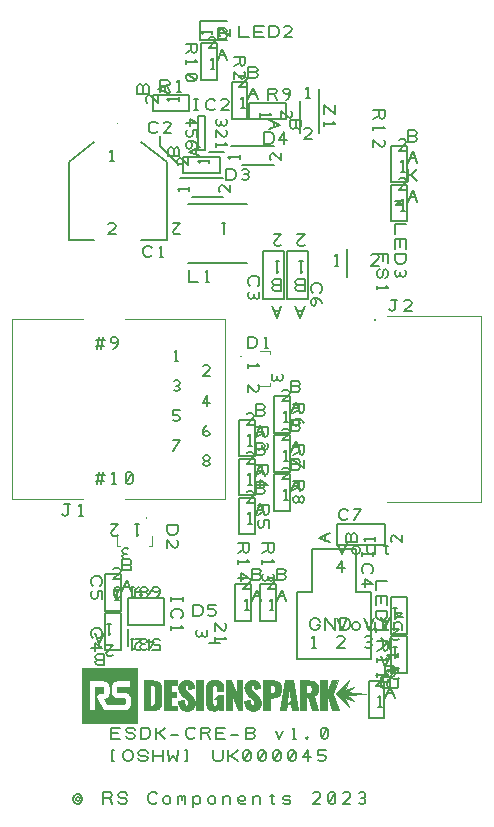
<source format=gbr>
G04 DesignSpark PCB PRO Gerber Version 10.0 Build 5299*
G04 #@! TF.Part,Single*
G04 #@! TF.FileFunction,Legend,Top*
G04 #@! TF.FilePolarity,Positive*
%FSLAX35Y35*%
%MOIN*%
%ADD72C,0.00100*%
%ADD126C,0.00197*%
%ADD29C,0.00394*%
%ADD28C,0.00500*%
%ADD10C,0.00787*%
G04 #@! TD.AperFunction*
X0Y0D02*
D02*
D10*
X31890Y226969D02*
X23425Y220472D01*
Y194291D01*
X31890D01*
X43307Y59055D02*
Y64567D01*
Y65945D02*
Y75000D01*
X55118D01*
Y65945D01*
X43307D01*
X47638Y226969D02*
X56102Y220472D01*
Y194291D01*
X47638D01*
X60531Y214961D02*
X74980D01*
X61417Y219685D02*
X59843D01*
X53937Y225591D01*
Y229134D01*
X62992Y186614D02*
X82677D01*
X64390Y208661D02*
X74980D01*
X68799Y224213D02*
X66634D01*
Y235630D01*
X68799D01*
Y224213D01*
X73819Y60039D02*
X70276D01*
X75098Y223622D02*
X70177D01*
X76181Y267421D02*
X67028D01*
Y260925D01*
X76181D01*
X77461Y225591D02*
X91909D01*
X81319Y219291D02*
X91909D01*
X82677Y206299D02*
X62992D01*
X100394Y240728D02*
Y230138D01*
X106693Y244587D02*
Y230138D01*
X116142Y191291D02*
Y181937D01*
X125591Y167913D02*
G75*
G02*
Y167520I0J-197D01*
G01*
Y167913D02*
G75*
G02*
Y167520I0J-197D01*
G01*
G75*
G02*
Y167913I0J197D01*
G01*
D02*
D28*
X21260Y103137D02*
X21572Y102825D01*
X22197Y102512D01*
X22822Y102825D01*
X23135Y103137D01*
Y106262D01*
X23760D01*
X23135D02*
X21885D01*
X26885Y102512D02*
X28135D01*
X27510D02*
Y106262D01*
X26885Y105637D01*
X24803Y7699D02*
Y8012D01*
X25116Y8949D01*
X25428Y9262D01*
X26053Y9574D01*
X26678D01*
X27303Y9262D01*
X27616Y8949D01*
X27928Y8012D01*
Y7699D01*
X27616Y7074D01*
X27303Y6762D01*
X26678Y6449D01*
X26053D01*
X25428Y6762D01*
X25116Y7074D01*
X24803Y7699D01*
X26991D02*
X26366Y7387D01*
X25741Y7699D01*
Y8324D01*
X26366Y8637D01*
X26991Y8324D01*
X34803Y6449D02*
Y10199D01*
X36991D01*
X37616Y9887D01*
X37928Y9262D01*
X37616Y8637D01*
X36991Y8324D01*
X34803D01*
X36991D02*
X37928Y6449D01*
X39803Y7387D02*
X40116Y6762D01*
X40741Y6449D01*
X41991D01*
X42616Y6762D01*
X42928Y7387D01*
X42616Y8012D01*
X41991Y8324D01*
X40741D01*
X40116Y8637D01*
X39803Y9262D01*
X40116Y9887D01*
X40741Y10199D01*
X41991D01*
X42616Y9887D01*
X42928Y9262D01*
X52928Y7074D02*
X52616Y6762D01*
X51991Y6449D01*
X51053D01*
X50428Y6762D01*
X50116Y7074D01*
X49803Y7699D01*
Y8949D01*
X50116Y9574D01*
X50428Y9887D01*
X51053Y10199D01*
X51991D01*
X52616Y9887D01*
X52928Y9574D01*
X54803Y7387D02*
X55116Y6762D01*
X55741Y6449D01*
X56366D01*
X56991Y6762D01*
X57303Y7387D01*
Y8012D01*
X56991Y8637D01*
X56366Y8949D01*
X55741D01*
X55116Y8637D01*
X54803Y8012D01*
Y7387D01*
X59803Y6449D02*
Y8949D01*
Y8637D02*
X60116Y8949D01*
X60741D01*
X61053Y8637D01*
Y7699D01*
Y8637D02*
X61366Y8949D01*
X61991D01*
X62303Y8637D01*
Y6449D01*
X64803Y8949D02*
Y5512D01*
Y7387D02*
X65116Y6762D01*
X65741Y6449D01*
X66366D01*
X66991Y6762D01*
X67303Y7387D01*
Y8012D01*
X66991Y8637D01*
X66366Y8949D01*
X65741D01*
X65116Y8637D01*
X64803Y8012D01*
Y7387D01*
X69803D02*
X70116Y6762D01*
X70741Y6449D01*
X71366D01*
X71991Y6762D01*
X72303Y7387D01*
Y8012D01*
X71991Y8637D01*
X71366Y8949D01*
X70741D01*
X70116Y8637D01*
X69803Y8012D01*
Y7387D01*
X74803Y6449D02*
Y8949D01*
Y8012D02*
X75116Y8637D01*
X75741Y8949D01*
X76366D01*
X76991Y8637D01*
X77303Y8012D01*
Y6449D01*
X82303Y6762D02*
X81991Y6449D01*
X81366D01*
X80741D01*
X80116Y6762D01*
X79803Y7387D01*
Y8324D01*
X80116Y8637D01*
X80741Y8949D01*
X81366D01*
X81991Y8637D01*
X82303Y8324D01*
Y8012D01*
X81991Y7699D01*
X81366Y7387D01*
X80741D01*
X80116Y7699D01*
X79803Y8012D01*
X84803Y6449D02*
Y8949D01*
Y8012D02*
X85116Y8637D01*
X85741Y8949D01*
X86366D01*
X86991Y8637D01*
X87303Y8012D01*
Y6449D01*
X90324Y8949D02*
X91782D01*
X91053Y9574D02*
Y6762D01*
X91366Y6449D01*
X91678D01*
X91991Y6762D01*
X94803D02*
X95428Y6449D01*
X96678D01*
X97303Y6762D01*
Y7387D01*
X96678Y7699D01*
X95428D01*
X94803Y8012D01*
Y8637D01*
X95428Y8949D01*
X96678D01*
X97303Y8637D01*
X107303Y6449D02*
X104803D01*
X106991Y8637D01*
X107303Y9262D01*
X106991Y9887D01*
X106366Y10199D01*
X105428D01*
X104803Y9887D01*
X110116Y6762D02*
X110741Y6449D01*
X111366D01*
X111991Y6762D01*
X112303Y7387D01*
Y9262D01*
X111991Y9887D01*
X111366Y10199D01*
X110741D01*
X110116Y9887D01*
X109803Y9262D01*
Y7387D01*
X110116Y6762D01*
X111991Y9887D01*
X117303Y6449D02*
X114803D01*
X116991Y8637D01*
X117303Y9262D01*
X116991Y9887D01*
X116366Y10199D01*
X115428D01*
X114803Y9887D01*
X120116Y6762D02*
X120741Y6449D01*
X121366D01*
X121991Y6762D01*
X122303Y7387D01*
X121991Y8012D01*
X121366Y8324D01*
X120741D01*
X121366D02*
X121991Y8637D01*
X122303Y9262D01*
X121991Y9887D01*
X121366Y10199D01*
X120741D01*
X120116Y9887D01*
X31484Y61835D02*
X31171Y62148D01*
X30859Y62773D01*
Y63711D01*
X31171Y64335D01*
X31484Y64648D01*
X32109Y64961D01*
X33359D01*
X33984Y64648D01*
X34296Y64335D01*
X34609Y63711D01*
Y62773D01*
X34296Y62148D01*
X33984Y61835D01*
X30859Y58398D02*
X34609D01*
X32109Y59961D01*
Y57461D01*
X31484Y79158D02*
X31171Y79471D01*
X30859Y80096D01*
Y81033D01*
X31171Y81658D01*
X31484Y81971D01*
X32109Y82283D01*
X33359D01*
X33984Y81971D01*
X34296Y81658D01*
X34609Y81033D01*
Y80096D01*
X34296Y79471D01*
X33984Y79158D01*
X31171Y77283D02*
X30859Y76658D01*
Y75721D01*
X31171Y75096D01*
X31796Y74783D01*
X32109D01*
X32734Y75096D01*
X33046Y75721D01*
Y77283D01*
X34609D01*
Y74783D01*
X32958Y113148D02*
X33583Y116898D01*
X34833D02*
X34208Y113148D01*
X35145Y114086D02*
X32333D01*
X32645Y115961D02*
X35458D01*
X37958Y113148D02*
X39208D01*
X38583D02*
Y116898D01*
X37958Y116273D01*
X42645Y113461D02*
X43270Y113148D01*
X43895D01*
X44520Y113461D01*
X44833Y114086D01*
Y115961D01*
X44520Y116586D01*
X43895Y116898D01*
X43270D01*
X42645Y116586D01*
X42333Y115961D01*
Y114086D01*
X42645Y113461D01*
X44520Y116586D01*
X32958Y158156D02*
X33583Y161906D01*
X34833D02*
X34208Y158156D01*
X35145Y159094D02*
X32333D01*
X32645Y160969D02*
X35458D01*
X38270Y158156D02*
X38895Y158469D01*
X39520Y159094D01*
X39833Y160031D01*
Y160969D01*
X39520Y161594D01*
X38895Y161906D01*
X38270D01*
X37645Y161594D01*
X37333Y160969D01*
X37645Y160344D01*
X38270Y160031D01*
X38895D01*
X39520Y160344D01*
X39833Y160969D01*
X33002Y54467D02*
X32376Y54780D01*
X32064Y55404D01*
X32376Y56030D01*
X33002Y56342D01*
X35189D01*
Y52592D01*
X33002D01*
X32376Y52904D01*
X32064Y53530D01*
X32376Y54154D01*
X33002Y54467D01*
X35189D01*
Y63342D02*
X33626Y59592D01*
X32064Y63342D01*
X34564Y61780D02*
X32689D01*
X35539Y82922D02*
X40839D01*
Y70622D01*
X35539D01*
Y82922D01*
X38489Y20622D02*
X37864D01*
Y24372D01*
X38489D01*
X41614Y21872D02*
Y23122D01*
X41927Y23748D01*
X42239Y24060D01*
X42864Y24372D01*
X43489D01*
X44114Y24060D01*
X44427Y23748D01*
X44739Y23122D01*
Y21872D01*
X44427Y21248D01*
X44114Y20935D01*
X43489Y20622D01*
X42864D01*
X42239Y20935D01*
X41927Y21248D01*
X41614Y21872D01*
X46614Y21560D02*
X46927Y20935D01*
X47552Y20622D01*
X48802D01*
X49427Y20935D01*
X49739Y21560D01*
X49427Y22185D01*
X48802Y22498D01*
X47552D01*
X46927Y22810D01*
X46614Y23435D01*
X46927Y24060D01*
X47552Y24372D01*
X48802D01*
X49427Y24060D01*
X49739Y23435D01*
X51614Y20622D02*
Y24372D01*
Y22498D02*
X54739D01*
Y20622D02*
Y24372D01*
X56614D02*
X56927Y20622D01*
X58177Y22498D01*
X59427Y20622D01*
X59739Y24372D01*
X62239Y20622D02*
X62864D01*
Y24372D01*
X62239D01*
X71614D02*
Y21560D01*
X71927Y20935D01*
X72552Y20622D01*
X73802D01*
X74427Y20935D01*
X74739Y21560D01*
Y24372D01*
X76614Y20622D02*
Y24372D01*
Y22498D02*
X77552D01*
X79739Y24372D01*
X77552Y22498D02*
X79739Y20622D01*
X81927Y20935D02*
X82552Y20622D01*
X83177D01*
X83802Y20935D01*
X84114Y21560D01*
Y23435D01*
X83802Y24060D01*
X83177Y24372D01*
X82552D01*
X81927Y24060D01*
X81614Y23435D01*
Y21560D01*
X81927Y20935D01*
X83802Y24060D01*
X86927Y20935D02*
X87552Y20622D01*
X88177D01*
X88802Y20935D01*
X89114Y21560D01*
Y23435D01*
X88802Y24060D01*
X88177Y24372D01*
X87552D01*
X86927Y24060D01*
X86614Y23435D01*
Y21560D01*
X86927Y20935D01*
X88802Y24060D01*
X91927Y20935D02*
X92552Y20622D01*
X93177D01*
X93802Y20935D01*
X94114Y21560D01*
Y23435D01*
X93802Y24060D01*
X93177Y24372D01*
X92552D01*
X91927Y24060D01*
X91614Y23435D01*
Y21560D01*
X91927Y20935D01*
X93802Y24060D01*
X96927Y20935D02*
X97552Y20622D01*
X98177D01*
X98802Y20935D01*
X99114Y21560D01*
Y23435D01*
X98802Y24060D01*
X98177Y24372D01*
X97552D01*
X96927Y24060D01*
X96614Y23435D01*
Y21560D01*
X96927Y20935D01*
X98802Y24060D01*
X103177Y20622D02*
Y24372D01*
X101614Y21872D01*
X104114D01*
X106614Y20935D02*
X107239Y20622D01*
X108177D01*
X108802Y20935D01*
X109114Y21560D01*
Y21872D01*
X108802Y22498D01*
X108177Y22810D01*
X106614D01*
Y24372D01*
X109114D01*
X39114Y196213D02*
X36614D01*
X38802Y198401D01*
X39114Y199026D01*
X38802Y199651D01*
X38177Y199963D01*
X37239D01*
X36614Y199651D01*
X37239Y220622D02*
X38489D01*
X37864D02*
Y224372D01*
X37239Y223748D01*
X37402Y28103D02*
Y31853D01*
X40527D01*
X39902Y29978D02*
X37402D01*
Y28103D02*
X40527D01*
X42402Y29041D02*
X42714Y28415D01*
X43339Y28103D01*
X44589D01*
X45214Y28415D01*
X45527Y29041D01*
X45214Y29665D01*
X44589Y29978D01*
X43339D01*
X42714Y30291D01*
X42402Y30915D01*
X42714Y31541D01*
X43339Y31853D01*
X44589D01*
X45214Y31541D01*
X45527Y30915D01*
X47402Y28103D02*
Y31853D01*
X49277D01*
X49902Y31541D01*
X50214Y31228D01*
X50527Y30603D01*
Y29353D01*
X50214Y28728D01*
X49902Y28415D01*
X49277Y28103D01*
X47402D01*
X52402D02*
Y31853D01*
Y29978D02*
X53339D01*
X55527Y31853D01*
X53339Y29978D02*
X55527Y28103D01*
X57402Y29353D02*
X59902D01*
X65527Y28728D02*
X65214Y28415D01*
X64589Y28103D01*
X63652D01*
X63027Y28415D01*
X62714Y28728D01*
X62402Y29353D01*
Y30603D01*
X62714Y31228D01*
X63027Y31541D01*
X63652Y31853D01*
X64589D01*
X65214Y31541D01*
X65527Y31228D01*
X67402Y28103D02*
Y31853D01*
X69589D01*
X70214Y31541D01*
X70527Y30915D01*
X70214Y30291D01*
X69589Y29978D01*
X67402D01*
X69589D02*
X70527Y28103D01*
X72402D02*
Y31853D01*
X75527D01*
X74902Y29978D02*
X72402D01*
Y28103D02*
X75527D01*
X77402Y29353D02*
X79902D01*
X84589Y29978D02*
X85214Y29665D01*
X85527Y29041D01*
X85214Y28415D01*
X84589Y28103D01*
X82402D01*
Y31853D01*
X84589D01*
X85214Y31541D01*
X85527Y30915D01*
X85214Y30291D01*
X84589Y29978D01*
X82402D01*
X92402Y30603D02*
X93652Y28103D01*
X94902Y30603D01*
X98027Y28103D02*
X99277D01*
X98652D02*
Y31853D01*
X98027Y31228D01*
X102714Y28103D02*
X103027Y28415D01*
X102714Y28728D01*
X102402Y28415D01*
X102714Y28103D01*
X107714Y28415D02*
X108339Y28103D01*
X108964D01*
X109589Y28415D01*
X109902Y29041D01*
Y30915D01*
X109589Y31541D01*
X108964Y31853D01*
X108339D01*
X107714Y31541D01*
X107402Y30915D01*
Y29041D01*
X107714Y28415D01*
X109589Y31541D01*
X35689Y59342D02*
X38189D01*
X36002Y57154D01*
X35689Y56530D01*
X36002Y55904D01*
X36626Y55592D01*
X37564D01*
X38189Y55904D01*
X37564Y66342D02*
X36314D01*
X36939D02*
Y62592D01*
X37564Y63217D01*
X38814Y74209D02*
X40064D01*
X39439D02*
Y77959D01*
X38814Y77334D01*
X40689Y81209D02*
X38189D01*
X40376Y83397D01*
X40689Y84022D01*
X40376Y84647D01*
X39752Y84959D01*
X38814D01*
X38189Y84647D01*
X37362Y99555D02*
X39862D01*
X37675Y97367D01*
X37362Y96742D01*
X37675Y96117D01*
X38300Y95805D01*
X39237D01*
X39862Y96117D01*
X40839Y57630D02*
X35539D01*
Y69930D01*
X40839D01*
Y57630D01*
X41189Y77209D02*
X42752Y80959D01*
X44314Y77209D01*
X41814Y78772D02*
X43689D01*
X43376Y86084D02*
X44002Y85772D01*
X44314Y85147D01*
X44002Y84522D01*
X43376Y84209D01*
X41189D01*
Y87959D01*
X43376D01*
X44002Y87647D01*
X44314Y87022D01*
X44002Y86397D01*
X43376Y86084D01*
X41189D01*
X43290Y91368D02*
X42665Y91681D01*
X42040D01*
X41415Y91368D01*
X41102Y90743D01*
X41415Y90118D01*
X42040Y89806D01*
X42665D01*
X42040D02*
X41415Y89493D01*
X41102Y88868D01*
X41415Y88243D01*
X42040Y87931D01*
X42665D01*
X43290Y88243D01*
X45241Y61464D02*
X43991D01*
X44616D02*
Y57714D01*
X45241Y58339D01*
Y78787D02*
X43991D01*
X44616D02*
Y75037D01*
X45241Y75662D01*
X40554Y78474D02*
X39929Y78787D01*
X39304D01*
X38679Y78474D01*
X38366Y77849D01*
Y75974D01*
X38679Y75349D01*
X39304Y75037D01*
X39929D01*
X40554Y75349D01*
X40866Y75974D01*
Y77849D01*
X40554Y78474D01*
X38679Y75349D01*
X46717Y99555D02*
X45467D01*
X46093D02*
Y95805D01*
X46717Y96430D01*
X45335Y61464D02*
X47835D01*
X45647Y59276D01*
X45335Y58652D01*
X45647Y58026D01*
X46272Y57714D01*
X47209D01*
X47835Y58026D01*
X46897Y78787D02*
X46272Y78474D01*
X45647Y77849D01*
X45335Y76912D01*
Y75974D01*
X45647Y75349D01*
X46272Y75037D01*
X46897D01*
X47522Y75349D01*
X47835Y75974D01*
X47522Y76599D01*
X46897Y76912D01*
X46272D01*
X45647Y76599D01*
X45335Y75974D01*
X51157Y189358D02*
X50844Y189045D01*
X50219Y188733D01*
X49281D01*
X48657Y189045D01*
X48344Y189358D01*
X48031Y189983D01*
Y191233D01*
X48344Y191858D01*
X48657Y192170D01*
X49281Y192483D01*
X50219D01*
X50844Y192170D01*
X51157Y191858D01*
X53657Y188733D02*
X54907D01*
X54281D02*
Y192483D01*
X53657Y191858D01*
X49491Y61152D02*
X48866Y61464D01*
X48241D01*
X47616Y61152D01*
X47303Y60526D01*
X47616Y59902D01*
X48241Y59589D01*
X48866D01*
X48241D02*
X47616Y59276D01*
X47303Y58652D01*
X47616Y58026D01*
X48241Y57714D01*
X48866D01*
X49491Y58026D01*
X48866Y76912D02*
X48241D01*
X47616Y76599D01*
X47303Y75974D01*
X47616Y75349D01*
X48241Y75037D01*
X48866D01*
X49491Y75349D01*
X49803Y75974D01*
X49491Y76599D01*
X48866Y76912D01*
X49491Y77224D01*
X49803Y77849D01*
X49491Y78474D01*
X48866Y78787D01*
X48241D01*
X47616Y78474D01*
X47303Y77849D01*
X47616Y77224D01*
X48241Y76912D01*
X53125Y230696D02*
X52813Y230384D01*
X52187Y230071D01*
X51250D01*
X50625Y230384D01*
X50313Y230696D01*
X50000Y231321D01*
Y232571D01*
X50313Y233196D01*
X50625Y233509D01*
X51250Y233821D01*
X52187D01*
X52813Y233509D01*
X53125Y233196D01*
X57500Y230071D02*
X55000D01*
X57187Y232259D01*
X57500Y232884D01*
X57187Y233509D01*
X56563Y233821D01*
X55625D01*
X55000Y233509D01*
X48168Y245345D02*
X48480Y245970D01*
X49105Y246283D01*
X49730Y245970D01*
X50043Y245345D01*
Y243157D01*
X46293D01*
Y245345D01*
X46605Y245970D01*
X47230Y246283D01*
X47855Y245970D01*
X48168Y245345D01*
Y243157D01*
X51330Y237507D02*
Y242807D01*
X63630D01*
Y237507D01*
X51330D01*
X50209Y61464D02*
Y57714D01*
X51772Y60214D01*
X49272D01*
X51772Y78787D02*
X49272Y75037D01*
X51772D01*
X53740Y61152D02*
X53115Y61464D01*
X52178D01*
X51553Y61152D01*
X51240Y60526D01*
Y60214D01*
X51553Y59589D01*
X52178Y59276D01*
X53740D01*
Y57714D01*
X51240D01*
X53740Y77849D02*
X53428Y77224D01*
X52803Y76912D01*
X52178D01*
X51553Y77224D01*
X51240Y77849D01*
X51553Y78474D01*
X52178Y78787D01*
X52803D01*
X53428Y78474D01*
X53740Y77849D01*
Y76912D01*
X53428Y75974D01*
X52803Y75349D01*
X52178Y75037D01*
X53937Y243851D02*
Y247601D01*
X56124D01*
X56750Y247289D01*
X57062Y246663D01*
X56750Y246039D01*
X56124Y245726D01*
X53937D01*
X56124D02*
X57062Y243851D01*
X59562D02*
X60812D01*
X60187D02*
Y247601D01*
X59562Y246976D01*
X53043Y242657D02*
Y240157D01*
X50855Y242345D01*
X50230Y242657D01*
X49605Y242345D01*
X49293Y241720D01*
Y240783D01*
X49605Y240157D01*
X56056Y99213D02*
X59806D01*
Y97337D01*
X59493Y96713D01*
X59181Y96400D01*
X58556Y96087D01*
X57306D01*
X56681Y96400D01*
X56368Y96713D01*
X56056Y97337D01*
Y99213D01*
Y91713D02*
Y94213D01*
X58243Y92025D01*
X58868Y91713D01*
X59493Y92025D01*
X59806Y92650D01*
Y93587D01*
X59493Y94213D01*
X57630Y75441D02*
Y74191D01*
Y74815D02*
X61380D01*
Y75441D02*
Y74191D01*
X58256Y68253D02*
X57943Y68565D01*
X57630Y69191D01*
Y70128D01*
X57943Y70753D01*
X58256Y71065D01*
X58880Y71378D01*
X60130D01*
X60756Y71065D01*
X61068Y70753D01*
X61380Y70128D01*
Y69191D01*
X61068Y68565D01*
X60756Y68253D01*
X57630Y65753D02*
Y64503D01*
Y65128D02*
X61380D01*
X60756Y65753D01*
X57043Y243157D02*
X53293Y244720D01*
X57043Y246283D01*
X55480Y243783D02*
Y245657D01*
X58065Y123884D02*
X60565Y127634D01*
X58065D01*
Y134197D02*
X58690Y133884D01*
X59628D01*
X60252Y134197D01*
X60565Y134822D01*
Y135134D01*
X60252Y135759D01*
X59628Y136072D01*
X58065D01*
Y137634D01*
X60565D01*
X58378Y144197D02*
X59002Y143884D01*
X59628D01*
X60252Y144197D01*
X60565Y144822D01*
X60252Y145447D01*
X59628Y145759D01*
X59002D01*
X59628D02*
X60252Y146072D01*
X60565Y146697D01*
X60252Y147322D01*
X59628Y147634D01*
X59002D01*
X58378Y147322D01*
X58690Y153884D02*
X59940D01*
X59315D02*
Y157634D01*
X58690Y157009D01*
X58031Y199948D02*
X60531D01*
X58344Y197761D01*
X58031Y197136D01*
X58344Y196511D01*
X58969Y196198D01*
X59906D01*
X60531Y196511D01*
X60043Y240783D02*
Y242033D01*
Y241407D02*
X56293D01*
X56918Y240783D01*
X58404Y224479D02*
X58717Y225104D01*
X59341Y225417D01*
X59967Y225104D01*
X60279Y224479D01*
Y222291D01*
X56529D01*
Y224479D01*
X56841Y225104D01*
X57467Y225417D01*
X58091Y225104D01*
X58404Y224479D01*
Y222291D01*
X62355Y259843D02*
X66105D01*
Y257655D01*
X65793Y257030D01*
X65167Y256717D01*
X64543Y257030D01*
X64230Y257655D01*
Y259843D01*
Y257655D02*
X62355Y256717D01*
Y254217D02*
Y252967D01*
Y253593D02*
X66105D01*
X65480Y254217D01*
X62667Y249530D02*
X62355Y248905D01*
Y248280D01*
X62667Y247655D01*
X63293Y247343D01*
X65167D01*
X65793Y247655D01*
X66105Y248280D01*
Y248905D01*
X65793Y249530D01*
X65167Y249843D01*
X63293D01*
X62667Y249530D01*
X65793Y247655D01*
X61567Y216641D02*
Y221941D01*
X73867D01*
Y216641D01*
X61567D01*
X63489Y227362D02*
X64114Y227050D01*
X64427Y226425D01*
Y225800D01*
X64114Y225175D01*
X63489Y224862D01*
X62864Y225175D01*
X62552Y225800D01*
Y226425D01*
X62864Y227050D01*
X63489Y227362D01*
X64427D01*
X65364Y227050D01*
X65989Y226425D01*
X66302Y225800D01*
X62864Y231102D02*
X62552Y230477D01*
Y229540D01*
X62864Y228915D01*
X63489Y228602D01*
X63802D01*
X64427Y228915D01*
X64739Y229540D01*
Y231102D01*
X66302D01*
Y228602D01*
X62552Y233280D02*
X66302D01*
X63802Y234843D01*
Y232343D01*
X63386Y184215D02*
Y180465D01*
X66511D01*
X69011D02*
X70261D01*
X69636D02*
Y184215D01*
X69011Y183590D01*
X65111Y237552D02*
X66361D01*
X65736D02*
Y241302D01*
X65111D02*
X66361D01*
X72298Y238177D02*
X71986Y237864D01*
X71361Y237552D01*
X70423D01*
X69798Y237864D01*
X69486Y238177D01*
X69173Y238802D01*
Y240052D01*
X69486Y240677D01*
X69798Y240989D01*
X70423Y241302D01*
X71361D01*
X71986Y240989D01*
X72298Y240677D01*
X76673Y237552D02*
X74173D01*
X76361Y239739D01*
X76673Y240364D01*
X76361Y240989D01*
X75736Y241302D01*
X74798D01*
X74173Y240989D01*
X63279Y221791D02*
Y219291D01*
X61091Y221479D01*
X60467Y221791D01*
X59841Y221479D01*
X59529Y220854D01*
Y219917D01*
X59841Y219291D01*
X63433Y210861D02*
Y212111D01*
Y211486D02*
X59683D01*
X60307Y210861D01*
X66211Y64254D02*
X65898Y63630D01*
Y63004D01*
X66211Y62380D01*
X66836Y62067D01*
X67461Y62380D01*
X67773Y63004D01*
Y63630D01*
Y63004D02*
X68086Y62380D01*
X68711Y62067D01*
X69336Y62380D01*
X69648Y63004D01*
Y63630D01*
X69336Y64254D01*
X64961Y69048D02*
Y72798D01*
X66836D01*
X67461Y72485D01*
X67773Y72173D01*
X68086Y71548D01*
Y70298D01*
X67773Y69673D01*
X67461Y69360D01*
X66836Y69048D01*
X64961D01*
X69961Y69360D02*
X70586Y69048D01*
X71523D01*
X72148Y69360D01*
X72461Y69985D01*
Y70298D01*
X72148Y70923D01*
X71523Y71235D01*
X69961D01*
Y72798D01*
X72461D01*
X67429Y260087D02*
X72729D01*
Y247787D01*
X67429D01*
Y260087D01*
X69002Y120759D02*
X69628D01*
X70252Y121072D01*
X70565Y121697D01*
X70252Y122322D01*
X69628Y122634D01*
X69002D01*
X68378Y122322D01*
X68065Y121697D01*
X68378Y121072D01*
X69002Y120759D01*
X68378Y120447D01*
X68065Y119822D01*
X68378Y119197D01*
X69002Y118884D01*
X69628D01*
X70252Y119197D01*
X70565Y119822D01*
X70252Y120447D01*
X69628Y120759D01*
X68065Y129822D02*
X68378Y130447D01*
X69002Y130759D01*
X69628D01*
X70252Y130447D01*
X70565Y129822D01*
X70252Y129197D01*
X69628Y128884D01*
X69002D01*
X68378Y129197D01*
X68065Y129822D01*
Y130759D01*
X68378Y131697D01*
X69002Y132322D01*
X69628Y132634D01*
Y138884D02*
Y142634D01*
X68065Y140134D01*
X70565D01*
Y148884D02*
X68065D01*
X70252Y151072D01*
X70565Y151697D01*
X70252Y152322D01*
X69628Y152634D01*
X68690D01*
X68065Y152322D01*
X67279Y222291D02*
X63529Y223854D01*
X67279Y225417D01*
X65717Y222917D02*
Y224791D01*
X70704Y251374D02*
X71954D01*
X71329D02*
Y255124D01*
X70704Y254500D01*
X72579Y258374D02*
X70079D01*
X72266Y260562D01*
X72579Y261187D01*
X72266Y261812D01*
X71641Y262124D01*
X70704D01*
X70079Y261812D01*
X70279Y219917D02*
Y221167D01*
Y220541D02*
X66529D01*
X67154Y219917D01*
X72197Y61973D02*
Y60723D01*
Y61348D02*
X75947D01*
X75322Y61973D01*
X72197Y64035D02*
Y66535D01*
X74385Y64348D01*
X75010Y64035D01*
X75635Y64348D01*
X75947Y64973D01*
Y65910D01*
X75635Y66535D01*
X72394Y226737D02*
Y225487D01*
Y226112D02*
X76144D01*
X75519Y226737D01*
X72394Y228602D02*
Y231102D01*
X74582Y228915D01*
X75207Y228602D01*
X75832Y228915D01*
X76144Y229540D01*
Y230477D01*
X75832Y231102D01*
X72707Y234530D02*
X72394Y233905D01*
Y233280D01*
X72707Y232655D01*
X73332Y232343D01*
X73957Y232655D01*
X74269Y233280D01*
Y233905D01*
Y233280D02*
X74582Y232655D01*
X75207Y232343D01*
X75832Y232655D01*
X76144Y233280D01*
Y233905D01*
X75832Y234530D01*
X71208Y262928D02*
Y264178D01*
Y263553D02*
X67458D01*
X68083Y262928D01*
X73079Y254374D02*
X74641Y258124D01*
X76204Y254374D01*
X73704Y255937D02*
X75579D01*
X75266Y263250D02*
X75891Y262937D01*
X76204Y262312D01*
X75891Y261687D01*
X75266Y261374D01*
X73079D01*
Y265124D01*
X75266D01*
X75891Y264812D01*
X76204Y264187D01*
X75891Y263562D01*
X75266Y263250D01*
X73079D01*
X75984Y214323D02*
Y218073D01*
X77859D01*
X78484Y217761D01*
X78797Y217448D01*
X79109Y216823D01*
Y215573D01*
X78797Y214948D01*
X78484Y214636D01*
X77859Y214323D01*
X75984D01*
X81297Y214636D02*
X81922Y214323D01*
X82547D01*
X83172Y214636D01*
X83484Y215261D01*
X83172Y215886D01*
X82547Y216198D01*
X81922D01*
X82547D02*
X83172Y216511D01*
X83484Y217136D01*
X83172Y217761D01*
X82547Y218073D01*
X81922D01*
X81297Y217761D01*
X75654Y199948D02*
X74404D01*
X75030D02*
Y196198D01*
X75654Y196823D01*
X78496Y255512D02*
X82246D01*
Y253324D01*
X81934Y252699D01*
X81309Y252387D01*
X80684Y252699D01*
X80372Y253324D01*
Y255512D01*
Y253324D02*
X78496Y252387D01*
Y248012D02*
Y250512D01*
X80684Y248324D01*
X81309Y248012D01*
X81934Y248324D01*
X82246Y248949D01*
Y249887D01*
X81934Y250512D01*
X77665Y247095D02*
X82965D01*
Y234795D01*
X77665D01*
Y247095D01*
X77114Y264803D02*
Y262303D01*
X74926Y264491D01*
X74301Y264803D01*
X73676Y264491D01*
X73364Y263866D01*
Y262928D01*
X73676Y262303D01*
X77212Y212736D02*
Y210236D01*
X75024Y212424D01*
X74400Y212736D01*
X73774Y212424D01*
X73462Y211799D01*
Y210861D01*
X73774Y210236D01*
X79678Y93307D02*
X83428D01*
Y91120D01*
X83115Y90494D01*
X82490Y90182D01*
X81865Y90494D01*
X81553Y91120D01*
Y93307D01*
Y91120D02*
X79678Y90182D01*
Y87682D02*
Y86432D01*
Y87057D02*
X83428D01*
X82803Y87682D01*
X79678Y81744D02*
X83428D01*
X80928Y83307D01*
Y80807D01*
X78846Y79772D02*
X84146D01*
Y67472D01*
X78846D01*
Y79772D01*
X80027Y108512D02*
X85327D01*
Y96212D01*
X80027D01*
Y108512D01*
Y121504D02*
X85327D01*
Y109204D01*
X80027D01*
Y121504D01*
Y134496D02*
X85327D01*
Y122196D01*
X80027D01*
Y134496D01*
X80940Y238382D02*
X82190D01*
X81565D02*
Y242132D01*
X80940Y241507D01*
X82815Y245382D02*
X80315D01*
X82502Y247570D01*
X82815Y248195D01*
X82502Y248820D01*
X81878Y249132D01*
X80940D01*
X80315Y248820D01*
Y265711D02*
Y261961D01*
X83440D01*
X85315D02*
Y265711D01*
X88440D01*
X87815Y263836D02*
X85315D01*
Y261961D02*
X88440D01*
X90315D02*
Y265711D01*
X92190D01*
X92815Y265399D01*
X93128Y265086D01*
X93440Y264461D01*
Y263211D01*
X93128Y262586D01*
X92815Y262274D01*
X92190Y261961D01*
X90315D01*
X97815D02*
X95315D01*
X97502Y264149D01*
X97815Y264774D01*
X97502Y265399D01*
X96878Y265711D01*
X95940D01*
X95315Y265399D01*
X80362Y221491D02*
Y222741D01*
Y222116D02*
X76612D01*
X77237Y221491D01*
X82121Y71059D02*
X83371D01*
X82746D02*
Y74809D01*
X82121Y74185D01*
X83996Y78059D02*
X81496D01*
X83683Y80247D01*
X83996Y80872D01*
X83683Y81497D01*
X83059Y81809D01*
X82121D01*
X81496Y81497D01*
X83122Y143661D02*
Y146161D01*
X85310Y143974D01*
X85935Y143661D01*
X86560Y143974D01*
X86872Y144599D01*
Y145536D01*
X86560Y146161D01*
X83122Y153017D02*
Y151767D01*
Y152392D02*
X86872D01*
X86248Y153017D01*
X83846Y179158D02*
X83533Y179471D01*
X83221Y180096D01*
Y181033D01*
X83533Y181658D01*
X83846Y181971D01*
X84471Y182283D01*
X85721D01*
X86346Y181971D01*
X86659Y181658D01*
X86971Y181033D01*
Y180096D01*
X86659Y179471D01*
X86346Y179158D01*
X83533Y176971D02*
X83221Y176346D01*
Y175721D01*
X83533Y175096D01*
X84159Y174783D01*
X84783Y175096D01*
X85096Y175721D01*
Y176346D01*
Y175721D02*
X85409Y175096D01*
X86033Y174783D01*
X86659Y175096D01*
X86971Y175721D01*
Y176346D01*
X86659Y176971D01*
X83302Y99800D02*
X84552D01*
X83927D02*
Y103550D01*
X83302Y102925D01*
X85177Y106800D02*
X82677D01*
X84865Y108987D01*
X85177Y109612D01*
X84865Y110237D01*
X84240Y110550D01*
X83302D01*
X82677Y110237D01*
X83302Y112792D02*
X84552D01*
X83927D02*
Y116542D01*
X83302Y115917D01*
X85177Y119792D02*
X82677D01*
X84865Y121980D01*
X85177Y122604D01*
X84865Y123230D01*
X84240Y123542D01*
X83302D01*
X82677Y123230D01*
X83302Y125784D02*
X84552D01*
X83927D02*
Y129534D01*
X83302Y128909D01*
X85177Y132784D02*
X82677D01*
X84865Y134972D01*
X85177Y135596D01*
X84865Y136222D01*
X84240Y136534D01*
X83302D01*
X82677Y136222D01*
X83071Y158418D02*
Y162168D01*
X84946D01*
X85571Y161856D01*
X85883Y161543D01*
X86196Y160918D01*
Y159668D01*
X85883Y159043D01*
X85571Y158730D01*
X84946Y158418D01*
X83071D01*
X88696D02*
X89946D01*
X89321D02*
Y162168D01*
X88696Y161543D01*
X83315Y241382D02*
X84878Y245132D01*
X86440Y241382D01*
X83940Y242945D02*
X85815D01*
X85502Y250257D02*
X86128Y249945D01*
X86440Y249320D01*
X86128Y248695D01*
X85502Y248382D01*
X83315D01*
Y252132D01*
X85502D01*
X86128Y251820D01*
X86440Y251195D01*
X86128Y250570D01*
X85502Y250257D01*
X83315D01*
X84496Y74059D02*
X86059Y77809D01*
X87621Y74059D01*
X85121Y75622D02*
X86996D01*
X86683Y82935D02*
X87309Y82622D01*
X87621Y81997D01*
X87309Y81372D01*
X86683Y81059D01*
X84496D01*
Y84809D01*
X86683D01*
X87309Y84497D01*
X87621Y83872D01*
X87309Y83247D01*
X86683Y82935D01*
X84496D01*
X85977Y119291D02*
X89727D01*
Y117104D01*
X89415Y116479D01*
X88789Y116166D01*
X88165Y116479D01*
X87852Y117104D01*
Y119291D01*
Y117104D02*
X85977Y116166D01*
Y112729D02*
X89727D01*
X87227Y114291D01*
Y111791D01*
X85977Y131890D02*
X89727D01*
Y129702D01*
X89415Y129077D01*
X88789Y128765D01*
X88165Y129077D01*
X87852Y129702D01*
Y131890D01*
Y129702D02*
X85977Y128765D01*
X86289Y126577D02*
X85977Y125952D01*
Y125327D01*
X86289Y124702D01*
X86915Y124390D01*
X87539Y124702D01*
X87852Y125327D01*
Y125952D01*
Y125327D02*
X88165Y124702D01*
X88789Y124390D01*
X89415Y124702D01*
X89727Y125327D01*
Y125952D01*
X89415Y126577D01*
X86370Y105906D02*
X90120D01*
Y103718D01*
X89808Y103093D01*
X89183Y102780D01*
X88558Y103093D01*
X88246Y103718D01*
Y105906D01*
Y103718D02*
X86370Y102780D01*
X86683Y100906D02*
X86370Y100280D01*
Y99343D01*
X86683Y98718D01*
X87308Y98406D01*
X87620D01*
X88246Y98718D01*
X88558Y99343D01*
Y100906D01*
X90120D01*
Y98406D01*
X85677Y102800D02*
X87240Y106550D01*
X88802Y102800D01*
X86302Y104362D02*
X88177D01*
X87865Y111675D02*
X88490Y111362D01*
X88802Y110737D01*
X88490Y110112D01*
X87865Y109800D01*
X85677D01*
Y113550D01*
X87865D01*
X88490Y113237D01*
X88802Y112612D01*
X88490Y111987D01*
X87865Y111675D01*
X85677D01*
Y115792D02*
X87240Y119542D01*
X88802Y115792D01*
X86302Y117354D02*
X88177D01*
X87865Y124667D02*
X88490Y124354D01*
X88802Y123730D01*
X88490Y123104D01*
X87865Y122792D01*
X85677D01*
Y126542D01*
X87865D01*
X88490Y126230D01*
X88802Y125604D01*
X88490Y124980D01*
X87865Y124667D01*
X85677D01*
Y128784D02*
X87240Y132534D01*
X88802Y128784D01*
X86302Y130346D02*
X88177D01*
X87865Y137659D02*
X88490Y137346D01*
X88802Y136722D01*
X88490Y136096D01*
X87865Y135784D01*
X85677D01*
Y139534D01*
X87865D01*
X88490Y139222D01*
X88802Y138596D01*
X88490Y137972D01*
X87865Y137659D01*
X85677D01*
X87201Y236776D02*
Y235526D01*
Y236152D02*
X90951D01*
X90326Y236776D01*
X87945Y93307D02*
X91695D01*
Y91120D01*
X91383Y90494D01*
X90758Y90182D01*
X90133Y90494D01*
X89820Y91120D01*
Y93307D01*
Y91120D02*
X87945Y90182D01*
Y87682D02*
Y86432D01*
Y87057D02*
X91695D01*
X91070Y87682D01*
X88258Y82994D02*
X87945Y82370D01*
Y81744D01*
X88258Y81120D01*
X88883Y80807D01*
X89508Y81120D01*
X89820Y81744D01*
Y82370D01*
Y81744D02*
X90133Y81120D01*
X90758Y80807D01*
X91383Y81120D01*
X91695Y81744D01*
Y82370D01*
X91383Y82994D01*
X87114Y79772D02*
X92414D01*
Y67472D01*
X87114D01*
Y79772D01*
X88583Y226528D02*
Y230278D01*
X90458D01*
X91083Y229966D01*
X91395Y229653D01*
X91708Y229028D01*
Y227778D01*
X91395Y227153D01*
X91083Y226841D01*
X90458Y226528D01*
X88583D01*
X95145D02*
Y230278D01*
X93583Y227778D01*
X96083D01*
X90201Y234402D02*
X93951Y232839D01*
X90201Y231276D01*
X91764Y233776D02*
Y231902D01*
X90389Y71059D02*
X91639D01*
X91014D02*
Y74809D01*
X90389Y74185D01*
X92264Y78059D02*
X89764D01*
X91951Y80247D01*
X92264Y80872D01*
X91951Y81497D01*
X91326Y81809D01*
X90389D01*
X89764Y81497D01*
Y241095D02*
Y244845D01*
X91951D01*
X92576Y244533D01*
X92889Y243907D01*
X92576Y243283D01*
X91951Y242970D01*
X89764D01*
X91951D02*
X92889Y241095D01*
X95701D02*
X96326Y241407D01*
X96951Y242033D01*
X97264Y242970D01*
Y243907D01*
X96951Y244533D01*
X96326Y244845D01*
X95701D01*
X95076Y244533D01*
X94764Y243907D01*
X95076Y243283D01*
X95701Y242970D01*
X96326D01*
X96951Y243283D01*
X97264Y243907D01*
X91309Y149589D02*
X90996Y148964D01*
Y148339D01*
X91309Y147714D01*
X91934Y147402D01*
X92559Y147714D01*
X92872Y148339D01*
Y148964D01*
Y148339D02*
X93184Y147714D01*
X93809Y147402D01*
X94434Y147714D01*
X94746Y148339D01*
Y148964D01*
X94434Y149589D01*
X91838Y116386D02*
X97138D01*
Y104086D01*
X91838D01*
Y116386D01*
Y129378D02*
X97138D01*
Y117078D01*
X91838D01*
Y129378D01*
Y142370D02*
X97138D01*
Y130070D01*
X91838D01*
Y142370D01*
X92764Y74059D02*
X94326Y77809D01*
X95889Y74059D01*
X93389Y75622D02*
X95264D01*
X94951Y82935D02*
X95576Y82622D01*
X95889Y81997D01*
X95576Y81372D01*
X94951Y81059D01*
X92764D01*
Y84809D01*
X94951D01*
X95576Y84497D01*
X95889Y83872D01*
X95576Y83247D01*
X94951Y82935D01*
X92764D01*
X94201Y234902D02*
Y237402D01*
X96389Y235214D01*
X97014Y234902D01*
X97639Y235214D01*
X97951Y235839D01*
Y236776D01*
X97639Y237402D01*
X94232Y172240D02*
X92670Y168490D01*
X91107Y172240D01*
X93607Y170677D02*
X91732D01*
X92045Y179365D02*
X91420Y179677D01*
X91107Y180302D01*
X91420Y180927D01*
X92045Y181240D01*
X94232D01*
Y177490D01*
X92045D01*
X91420Y177802D01*
X91107Y178427D01*
X91420Y179052D01*
X92045Y179365D01*
X94232D01*
X93607Y187240D02*
X92357D01*
X92982D02*
Y183490D01*
X93607Y184115D01*
X91732Y196240D02*
X94232D01*
X92045Y194052D01*
X91732Y193427D01*
X92045Y192802D01*
X92670Y192490D01*
X93607D01*
X94232Y192802D01*
X95113Y107674D02*
X96363D01*
X95738D02*
Y111424D01*
X95113Y110799D01*
X96988Y114674D02*
X94488D01*
X96676Y116861D01*
X96988Y117486D01*
X96676Y118111D01*
X96051Y118424D01*
X95113D01*
X94488Y118111D01*
X95113Y120666D02*
X96363D01*
X95738D02*
Y124416D01*
X95113Y123791D01*
X96988Y127666D02*
X94488D01*
X96676Y129854D01*
X96988Y130478D01*
X96676Y131104D01*
X96051Y131416D01*
X95113D01*
X94488Y131104D01*
X95113Y133658D02*
X96363D01*
X95738D02*
Y137408D01*
X95113Y136783D01*
X96988Y140658D02*
X94488D01*
X96676Y142846D01*
X96988Y143470D01*
X96676Y144096D01*
X96051Y144408D01*
X95113D01*
X94488Y144096D01*
X94141Y223366D02*
Y220866D01*
X91954Y223054D01*
X91329Y223366D01*
X90704Y223054D01*
X90391Y222429D01*
Y221491D01*
X90704Y220866D01*
X95232Y174677D02*
Y190677D01*
X88232D01*
Y174677D01*
X95232D01*
X95914Y240052D02*
Y234752D01*
X83614D01*
Y240052D01*
X95914D01*
X99076Y232214D02*
X98764Y231589D01*
X98139Y231276D01*
X97514Y231589D01*
X97201Y232214D01*
Y234402D01*
X100951D01*
Y232214D01*
X100639Y231589D01*
X100014Y231276D01*
X99389Y231589D01*
X99076Y232214D01*
Y234402D01*
X98181Y114173D02*
X101931D01*
Y111986D01*
X101619Y111361D01*
X100994Y111048D01*
X100369Y111361D01*
X100057Y111986D01*
Y114173D01*
Y111986D02*
X98181Y111048D01*
X100057Y108236D02*
Y107611D01*
X100369Y106986D01*
X100994Y106673D01*
X101619Y106986D01*
X101931Y107611D01*
Y108236D01*
X101619Y108861D01*
X100994Y109173D01*
X100369Y108861D01*
X100057Y108236D01*
X99744Y108861D01*
X99119Y109173D01*
X98494Y108861D01*
X98181Y108236D01*
Y107611D01*
X98494Y106986D01*
X99119Y106673D01*
X99744Y106986D01*
X100057Y107611D01*
X98181Y125984D02*
X101931D01*
Y123797D01*
X101619Y123172D01*
X100994Y122859D01*
X100369Y123172D01*
X100057Y123797D01*
Y125984D01*
Y123797D02*
X98181Y122859D01*
Y120984D02*
X101931Y118484D01*
Y120984D01*
X98181Y139764D02*
X101931D01*
Y137576D01*
X101619Y136951D01*
X100994Y136639D01*
X100369Y136951D01*
X100057Y137576D01*
Y139764D01*
Y137576D02*
X98181Y136639D01*
X99119Y134764D02*
X99744Y134451D01*
X100057Y133826D01*
Y133201D01*
X99744Y132576D01*
X99119Y132264D01*
X98494Y132576D01*
X98181Y133201D01*
Y133826D01*
X98494Y134451D01*
X99119Y134764D01*
X100057D01*
X100994Y134451D01*
X101619Y133826D01*
X101931Y133201D01*
X97488Y110674D02*
X99051Y114424D01*
X100613Y110674D01*
X98113Y112236D02*
X99988D01*
X99676Y119549D02*
X100301Y119236D01*
X100613Y118611D01*
X100301Y117986D01*
X99676Y117674D01*
X97488D01*
Y121424D01*
X99676D01*
X100301Y121111D01*
X100613Y120486D01*
X100301Y119861D01*
X99676Y119549D01*
X97488D01*
Y123666D02*
X99051Y127416D01*
X100613Y123666D01*
X98113Y125228D02*
X99988D01*
X99676Y132541D02*
X100301Y132228D01*
X100613Y131604D01*
X100301Y130978D01*
X99676Y130666D01*
X97488D01*
Y134416D01*
X99676D01*
X100301Y134104D01*
X100613Y133478D01*
X100301Y132854D01*
X99676Y132541D01*
X97488D01*
Y136658D02*
X99051Y140408D01*
X100613Y136658D01*
X98113Y138220D02*
X99988D01*
X99676Y145533D02*
X100301Y145220D01*
X100613Y144596D01*
X100301Y143970D01*
X99676Y143658D01*
X97488D01*
Y147408D01*
X99676D01*
X100301Y147096D01*
X100613Y146470D01*
X100301Y145846D01*
X99676Y145533D01*
X97488D01*
X99606Y77165D02*
Y54724D01*
X124016D01*
X99606Y77165D02*
X104331D01*
Y91339D01*
X104469Y227906D02*
X101969D01*
X104156Y230094D01*
X104469Y230719D01*
X104156Y231344D01*
X103531Y231656D01*
X102594D01*
X101969Y231344D01*
X102594Y241685D02*
X103844D01*
X103219D02*
Y245435D01*
X102594Y244811D01*
X102106Y172240D02*
X100544Y168490D01*
X98981Y172240D01*
X101481Y170677D02*
X99606D01*
X99919Y179365D02*
X99294Y179677D01*
X98981Y180302D01*
X99294Y180927D01*
X99919Y181240D01*
X102106D01*
Y177490D01*
X99919D01*
X99294Y177802D01*
X98981Y178427D01*
X99294Y179052D01*
X99919Y179365D01*
X102106D01*
X101481Y187240D02*
X100231D01*
X100856D02*
Y183490D01*
X101481Y184115D01*
X99606Y196240D02*
X102106D01*
X99919Y194052D01*
X99606Y193427D01*
X99919Y192802D01*
X100544Y192490D01*
X101481D01*
X102106Y192802D01*
X103106Y174677D02*
Y190677D01*
X96106D01*
Y174677D01*
X103106D01*
X104712Y176796D02*
X104400Y177109D01*
X104087Y177734D01*
Y178671D01*
X104400Y179296D01*
X104712Y179609D01*
X105337Y179921D01*
X106587D01*
X107212Y179609D01*
X107525Y179296D01*
X107837Y178671D01*
Y177734D01*
X107525Y177109D01*
X107212Y176796D01*
X105025Y174921D02*
X105650Y174609D01*
X105962Y173984D01*
Y173359D01*
X105650Y172734D01*
X105025Y172421D01*
X104400Y172734D01*
X104087Y173359D01*
Y173984D01*
X104400Y174609D01*
X105025Y174921D01*
X105962D01*
X106900Y174609D01*
X107525Y173984D01*
X107837Y173359D01*
X104498Y58521D02*
X105748D01*
X105122D02*
Y62271D01*
X104498Y61646D01*
X106060Y66083D02*
X106998D01*
Y65771D01*
X106685Y65146D01*
X106372Y64833D01*
X105748Y64521D01*
X105122D01*
X104498Y64833D01*
X104185Y65146D01*
X103872Y65771D01*
Y67021D01*
X104185Y67646D01*
X104498Y67959D01*
X105122Y68271D01*
X105748D01*
X106372Y67959D01*
X106685Y67646D01*
X106998Y67021D01*
X108872Y64521D02*
Y68271D01*
X111998Y64521D01*
Y68271D01*
X113872Y64521D02*
Y68271D01*
X115748D01*
X116372Y67959D01*
X116685Y67646D01*
X116998Y67021D01*
Y65771D01*
X116685Y65146D01*
X116372Y64833D01*
X115748Y64521D01*
X113872D01*
X112168Y239370D02*
Y236245D01*
X108418Y239370D01*
Y236245D01*
Y233745D02*
Y232495D01*
Y233120D02*
X112168D01*
X111543Y233745D01*
X110429Y93563D02*
X106679Y95126D01*
X110429Y96688D01*
X108866Y94188D02*
Y96063D01*
X112062Y185819D02*
X113312D01*
X112687D02*
Y189569D01*
X112062Y188944D01*
X112866Y92563D02*
X128866D01*
Y99563D01*
X112866D01*
Y92563D01*
X115428Y58521D02*
X112928D01*
X115115Y60709D01*
X115428Y61333D01*
X115115Y61959D01*
X114490Y62271D01*
X113553D01*
X112928Y61959D01*
Y68271D02*
X114490Y64521D01*
X116053Y68271D01*
X117928Y65459D02*
X118240Y64833D01*
X118865Y64521D01*
X119490D01*
X120115Y64833D01*
X120428Y65459D01*
Y66083D01*
X120115Y66709D01*
X119490Y67021D01*
X118865D01*
X118240Y66709D01*
X117928Y66083D01*
Y65459D01*
X122928Y67021D02*
Y65459D01*
X123240Y64833D01*
X123865Y64521D01*
X124490D01*
X125115Y64833D01*
X125428Y65459D01*
Y67021D02*
Y64521D01*
X128448Y67021D02*
X129907D01*
X129178Y67646D02*
Y64833D01*
X129490Y64521D01*
X129803D01*
X130115Y64833D01*
X114490Y83718D02*
Y87468D01*
X112928Y84968D01*
X115428D01*
X112928Y93468D02*
X114490Y89718D01*
X116053Y93468D01*
X117928Y90656D02*
X118240Y90030D01*
X118865Y89718D01*
X119490D01*
X120115Y90030D01*
X120428Y90656D01*
Y91280D01*
X120115Y91906D01*
X119490Y92218D01*
X118865D01*
X118240Y91906D01*
X117928Y91280D01*
Y90656D01*
X122928Y92218D02*
Y90656D01*
X123240Y90030D01*
X123865Y89718D01*
X124490D01*
X125115Y90030D01*
X125428Y90656D01*
Y92218D02*
Y89718D01*
X128448Y92218D02*
X129907D01*
X129178Y92843D02*
Y90030D01*
X129490Y89718D01*
X129803D01*
X130115Y90030D01*
X116511Y101563D02*
X116198Y101250D01*
X115573Y100937D01*
X114636D01*
X114011Y101250D01*
X113698Y101563D01*
X113386Y102187D01*
Y103437D01*
X113698Y104063D01*
X114011Y104375D01*
X114636Y104687D01*
X115573D01*
X116198Y104375D01*
X116511Y104063D01*
X118386Y100937D02*
X120886Y104687D01*
X118386D01*
X119291Y91339D02*
X104331D01*
X121016Y90401D02*
Y89151D01*
Y89776D02*
X124766D01*
Y90401D02*
Y89151D01*
X121641Y83213D02*
X121329Y83526D01*
X121016Y84151D01*
Y85089D01*
X121329Y85713D01*
X121641Y86026D01*
X122266Y86339D01*
X123516D01*
X124141Y86026D01*
X124454Y85713D01*
X124766Y85089D01*
Y84151D01*
X124454Y83526D01*
X124141Y83213D01*
X121016Y79776D02*
X124766D01*
X122266Y81339D01*
Y78839D01*
X117554Y95750D02*
X117866Y96376D01*
X118491Y96688D01*
X119116Y96376D01*
X119429Y95750D01*
Y93563D01*
X115679D01*
Y95750D01*
X115991Y96376D01*
X116616Y96688D01*
X117241Y96376D01*
X117554Y95750D01*
Y93563D01*
X122295Y58833D02*
X122920Y58521D01*
X123545D01*
X124170Y58833D01*
X124483Y59459D01*
X124170Y60083D01*
X123545Y60396D01*
X122920D01*
X123545D02*
X124170Y60709D01*
X124483Y61333D01*
X124170Y61959D01*
X123545Y62271D01*
X122920D01*
X122295Y61959D01*
X121983Y68271D02*
X123545Y64521D01*
X125108Y68271D01*
X128233Y64521D02*
Y67021D01*
Y67959D02*
X131983Y64521D02*
Y67021D01*
Y66083D02*
X132295Y66709D01*
X132920Y67021D01*
X133545D01*
X134170Y66709D01*
X134483Y66083D01*
Y64521D01*
X123334Y47489D02*
X128634D01*
Y35189D01*
X123334D01*
Y47489D01*
X124016Y54724D02*
Y77165D01*
X119291D01*
Y91339D01*
X124953Y237795D02*
X128703D01*
Y235608D01*
X128391Y234983D01*
X127766Y234670D01*
X127141Y234983D01*
X126828Y235608D01*
Y237795D01*
Y235608D02*
X124953Y234670D01*
Y232170D02*
Y230920D01*
Y231545D02*
X128703D01*
X128078Y232170D01*
X124953Y225295D02*
Y227795D01*
X127141Y225608D01*
X127766Y225295D01*
X128391Y225608D01*
X128703Y226233D01*
Y227170D01*
X128391Y227795D01*
X126811Y185819D02*
X124311D01*
X126498Y188007D01*
X126811Y188632D01*
X126498Y189257D01*
X125874Y189569D01*
X124936D01*
X124311Y189257D01*
X129491Y80709D02*
X125741D01*
Y77583D01*
Y75709D02*
X129491D01*
Y72583D01*
X127616Y73209D02*
Y75709D01*
X125741D02*
Y72583D01*
Y70709D02*
X129491D01*
Y68833D01*
X129178Y68209D01*
X128866Y67896D01*
X128241Y67583D01*
X126991D01*
X126366Y67896D01*
X126053Y68209D01*
X125741Y68833D01*
Y70709D01*
Y65083D02*
Y63833D01*
Y64459D02*
X129491D01*
X128866Y65083D01*
X126134Y60630D02*
X129884D01*
Y58443D01*
X129572Y57817D01*
X128947Y57505D01*
X128322Y57817D01*
X128009Y58443D01*
Y60630D01*
Y58443D02*
X126134Y57505D01*
Y55005D02*
Y53755D01*
Y54380D02*
X129884D01*
X129259Y55005D01*
X126134Y50005D02*
Y48755D01*
Y49380D02*
X129884D01*
X129259Y50005D01*
X126134Y189764D02*
X129884D01*
Y186639D01*
X128009Y187264D02*
Y189764D01*
X127072Y184764D02*
X126447Y184451D01*
X126134Y183826D01*
Y182576D01*
X126447Y181951D01*
X127072Y181639D01*
X127697Y181951D01*
X128009Y182576D01*
Y183826D01*
X128322Y184451D01*
X128947Y184764D01*
X129572Y184451D01*
X129884Y183826D01*
Y182576D01*
X129572Y181951D01*
X128947Y181639D01*
X126134Y179139D02*
Y177889D01*
Y178514D02*
X129884D01*
X129259Y179139D01*
X126609Y38776D02*
X127859D01*
X127234D02*
Y42526D01*
X126609Y41901D01*
X128484Y45776D02*
X125984D01*
X128172Y47964D01*
X128484Y48589D01*
X128172Y49214D01*
X127547Y49526D01*
X126609D01*
X125984Y49214D01*
X125429Y94188D02*
Y95438D01*
Y94813D02*
X121679D01*
X122304Y94188D01*
X128984Y41776D02*
X130547Y45526D01*
X132109Y41776D01*
X129609Y43339D02*
X131484D01*
X131172Y50651D02*
X131797Y50339D01*
X132109Y49714D01*
X131797Y49089D01*
X131172Y48776D01*
X128984D01*
Y52526D01*
X131172D01*
X131797Y52214D01*
X132109Y51589D01*
X131797Y50964D01*
X131172Y50651D01*
X128984D01*
X130315Y171248D02*
X130628Y170935D01*
X131252Y170622D01*
X131878Y170935D01*
X132190Y171248D01*
Y174372D01*
X132815D01*
X132190D02*
X130940D01*
X137815Y170622D02*
X135315D01*
X137502Y172810D01*
X137815Y173435D01*
X137502Y174060D01*
X136878Y174372D01*
X135940D01*
X135315Y174060D01*
X128277Y46987D02*
X127652Y47299D01*
X127339Y47924D01*
X127652Y48549D01*
X128277Y48862D01*
X130465D01*
Y45112D01*
X128277D01*
X127652Y45424D01*
X127339Y46049D01*
X127652Y46674D01*
X128277Y46987D01*
X130465D01*
Y55862D02*
X128902Y52112D01*
X127339Y55862D01*
X129839Y54299D02*
X127965D01*
X130465Y61854D02*
Y58104D01*
Y59979D02*
X129527D01*
X127339Y58104D01*
X129527Y59979D02*
X127339Y61854D01*
X130465Y68854D02*
X128902Y65104D01*
X127339Y68854D01*
X129839Y67291D02*
X127965D01*
X130815Y212843D02*
X136115D01*
Y200543D01*
X130815D01*
Y212843D01*
Y225835D02*
X136115D01*
Y213535D01*
X130815D01*
Y225835D01*
X135790Y199606D02*
X132040D01*
Y196481D01*
Y194606D02*
X135790D01*
Y191481D01*
X133915Y192106D02*
Y194606D01*
X132040D02*
Y191481D01*
Y189606D02*
X135790D01*
Y187731D01*
X135478Y187106D01*
X135165Y186794D01*
X134540Y186481D01*
X133290D01*
X132665Y186794D01*
X132352Y187106D01*
X132040Y187731D01*
Y189606D01*
X132352Y184294D02*
X132040Y183669D01*
Y183044D01*
X132352Y182419D01*
X132978Y182106D01*
X133602Y182419D01*
X133915Y183044D01*
Y183669D01*
Y183044D02*
X134228Y182419D01*
X134852Y182106D01*
X135478Y182419D01*
X135790Y183044D01*
Y183669D01*
X135478Y184294D01*
X132215Y207443D02*
X134715D01*
X132465Y205943D02*
X133465Y207193D01*
X134465Y205943D01*
X132465D01*
X130965Y51862D02*
X133465D01*
X131277Y49674D01*
X130965Y49049D01*
X131277Y48424D01*
X131902Y48112D01*
X132839D01*
X133465Y48424D01*
X132839Y58862D02*
X131589D01*
X132215D02*
Y55112D01*
X132839Y55737D01*
X130965Y64854D02*
X133465D01*
X131277Y62666D01*
X130965Y62041D01*
X131277Y61416D01*
X131902Y61104D01*
X132839D01*
X133465Y61416D01*
X132839Y71854D02*
X131589D01*
X132215D02*
Y68104D01*
X132839Y68729D01*
X134090Y204130D02*
X135340D01*
X134715D02*
Y207880D01*
X134090Y207256D01*
X135965Y211130D02*
X133465D01*
X135652Y213318D01*
X135965Y213943D01*
X135652Y214568D01*
X135027Y214880D01*
X134090D01*
X133465Y214568D01*
X134090Y217122D02*
X135340D01*
X134715D02*
Y220872D01*
X134090Y220248D01*
X135965Y224122D02*
X133465D01*
X135652Y226310D01*
X135965Y226935D01*
X135652Y227560D01*
X135027Y227872D01*
X134090D01*
X133465Y227560D01*
X132689Y48007D02*
X133002Y47694D01*
X133315Y47069D01*
Y46132D01*
X133002Y45507D01*
X132689Y45194D01*
X132065Y44882D01*
X130815D01*
X130189Y45194D01*
X129877Y45507D01*
X129565Y46132D01*
Y47069D01*
X129877Y47694D01*
X130189Y48007D01*
X133315Y50507D02*
Y51757D01*
Y51132D02*
X129565D01*
X130189Y50507D01*
X133315Y55507D02*
Y56757D01*
Y56132D02*
X129565D01*
X130189Y55507D01*
X134465Y70041D02*
X133465Y68791D01*
X132465Y70041D01*
X134465D01*
X134715Y68541D02*
X132215D01*
X134429Y96063D02*
Y93563D01*
X132241Y95750D01*
X131616Y96063D01*
X130991Y95750D01*
X130679Y95126D01*
Y94188D01*
X130991Y93563D01*
X136115Y50149D02*
X130815D01*
Y62449D01*
X136115D01*
Y50149D01*
Y63141D02*
X130815D01*
Y75441D01*
X136115D01*
Y63141D01*
X136465Y207130D02*
X138027Y210880D01*
X139590Y207130D01*
X137090Y208693D02*
X138965D01*
X136465Y214130D02*
Y217880D01*
Y216006D02*
X137402D01*
X139590Y217880D01*
X137402Y216006D02*
X139590Y214130D01*
X136465Y220122D02*
X138027Y223872D01*
X139590Y220122D01*
X137090Y221685D02*
X138965D01*
X138652Y228998D02*
X139277Y228685D01*
X139590Y228060D01*
X139277Y227435D01*
X138652Y227122D01*
X136465D01*
Y230872D01*
X138652D01*
X139277Y230560D01*
X139590Y229935D01*
X139277Y229310D01*
X138652Y228998D01*
X136465D01*
D02*
D29*
X28228Y168012D02*
X4606D01*
Y108012D01*
X28228D01*
X40551Y92323D02*
X39528D01*
Y95669D01*
X42008Y168012D02*
X75472D01*
Y108012D01*
X42008D01*
X49213Y101575D02*
Y101969D02*
G75*
G03*
Y101575I0J-197D01*
G01*
Y101969D02*
G75*
G02*
Y101575I0J-197D01*
G01*
X51024Y95669D02*
Y92323D01*
X50000D01*
X80709Y155512D02*
G75*
G03*
X81102I197J0D01*
G01*
X80709D02*
G75*
G02*
X81102I197J0D01*
G01*
X87008Y157323D02*
X90354D01*
Y156299D01*
Y146850D02*
Y145827D01*
X87008D01*
X129429Y169193D02*
X160965D01*
Y107185D01*
X129429D01*
D02*
D72*
X27953Y51676D02*
Y33465D01*
X46163D01*
Y51676D01*
X27953D01*
X43487Y43005D02*
X43636Y42839D01*
X43763Y42665D01*
X43867Y42478D01*
X43950Y42277D01*
X44014Y42059D01*
X44057Y41821D01*
X44083Y41561D01*
X44092Y41276D01*
Y39957D01*
X44084Y39683D01*
X44057Y39426D01*
X44009Y39183D01*
X43943Y38957D01*
X43857Y38747D01*
X43753Y38554D01*
X43631Y38378D01*
X43490Y38219D01*
X43331Y38077D01*
X43156Y37955D01*
X42963Y37850D01*
X42753Y37764D01*
X42526Y37698D01*
X42284Y37651D01*
X42026Y37624D01*
X41752Y37617D01*
X35251D01*
X35098Y37635D01*
X34962Y37687D01*
X34850Y37770D01*
X34763Y37882D01*
X32869Y41250D01*
X32774Y41424D01*
X32697Y41611D01*
X32643Y41808D01*
X32611Y42010D01*
X32607Y42211D01*
X32631Y42409D01*
X32686Y42598D01*
X32776Y42772D01*
X32931Y42969D01*
X33107Y43106D01*
X33302Y43194D01*
X33512Y43244D01*
X33735Y43263D01*
X33968Y43268D01*
X34451Y43265D01*
X34560Y43272D01*
X34656Y43295D01*
X34738Y43332D01*
X34806Y43385D01*
X34858Y43451D01*
X34896Y43532D01*
X34919Y43628D01*
X34926Y43738D01*
Y45006D01*
X34919Y45118D01*
X34897Y45211D01*
X34859Y45291D01*
X34804Y45359D01*
X34736Y45413D01*
X34656Y45450D01*
X34561Y45472D01*
X34451Y45480D01*
X32180D01*
Y37618D01*
X30081D01*
Y47550D01*
X34662D01*
X34945Y47541D01*
X35206Y47513D01*
X35445Y47468D01*
X35665Y47402D01*
X35868Y47317D01*
X36056Y47210D01*
X36231Y47082D01*
X36396Y46933D01*
X36545Y46768D01*
X36672Y46593D01*
X36776Y46407D01*
X36860Y46206D01*
X36923Y45988D01*
X36967Y45750D01*
X36993Y45490D01*
X37001Y45205D01*
Y43475D01*
X36997Y43245D01*
X36975Y43027D01*
X36937Y42824D01*
X36881Y42632D01*
X36809Y42456D01*
X36722Y42293D01*
X36619Y42144D01*
X36501Y42009D01*
X36368Y41889D01*
X36220Y41783D01*
X36059Y41694D01*
X35885Y41619D01*
X35697Y41560D01*
X35496Y41517D01*
X35283Y41489D01*
X35058Y41479D01*
X36152Y39681D01*
X41525D01*
X41637Y39689D01*
X41731Y39710D01*
X41810Y39749D01*
X41878Y39804D01*
X41931Y39871D01*
X41969Y39952D01*
X41991Y40047D01*
X41999Y40157D01*
Y41149D01*
X41992Y41259D01*
X41969Y41355D01*
X41931Y41437D01*
X41878Y41504D01*
X41811Y41556D01*
X41729Y41594D01*
X41633Y41617D01*
X41523Y41624D01*
X39745D01*
X39473Y41632D01*
X39223Y41658D01*
X38994Y41701D01*
X38783Y41764D01*
X38588Y41845D01*
X38407Y41946D01*
X38239Y42068D01*
X38081Y42210D01*
X37938Y42369D01*
X37817Y42537D01*
X37716Y42716D01*
X37636Y42908D01*
X37576Y43117D01*
X37533Y43344D01*
X37509Y43594D01*
X37500Y43866D01*
Y45211D01*
X37507Y45486D01*
X37534Y45744D01*
X37581Y45986D01*
X37647Y46213D01*
X37733Y46421D01*
X37837Y46615D01*
X37961Y46790D01*
X38102Y46949D01*
X38261Y47089D01*
X38437Y47213D01*
X38630Y47317D01*
X38841Y47401D01*
X39067Y47468D01*
X39309Y47516D01*
X39567Y47543D01*
X39840Y47550D01*
X43880D01*
Y45480D01*
X40052D01*
X39943Y45472D01*
X39847Y45450D01*
X39765Y45413D01*
X39698Y45360D01*
X39645Y45294D01*
X39607Y45211D01*
X39584Y45116D01*
X39577Y45006D01*
Y44090D01*
X39584Y43980D01*
X39607Y43885D01*
X39645Y43804D01*
X39698Y43736D01*
X39765Y43683D01*
X39847Y43646D01*
X39943Y43624D01*
X40052Y43616D01*
X41744D01*
X42028Y43607D01*
X42289Y43580D01*
X42530Y43536D01*
X42751Y43470D01*
X42956Y43386D01*
X43145Y43280D01*
X43322Y43154D01*
X43487Y43005D01*
X28003Y42583D02*
G36*
X28003Y42583D02*
Y33515D01*
X46113D01*
Y42583D01*
X43808D01*
X43867Y42478D01*
X43950Y42277D01*
X44014Y42059D01*
X44057Y41821D01*
X44083Y41561D01*
X44092Y41276D01*
Y39957D01*
X44084Y39683D01*
X44057Y39426D01*
X44009Y39183D01*
X43943Y38957D01*
X43857Y38747D01*
X43753Y38554D01*
X43631Y38378D01*
X43490Y38219D01*
X43331Y38077D01*
X43156Y37955D01*
X42963Y37850D01*
X42753Y37764D01*
X42526Y37698D01*
X42284Y37651D01*
X42026Y37624D01*
X41752Y37617D01*
X35251D01*
X35098Y37635D01*
X34962Y37687D01*
X34850Y37770D01*
X34763Y37882D01*
X32869Y41250D01*
X32774Y41424D01*
X32697Y41611D01*
X32643Y41808D01*
X32611Y42010D01*
X32607Y42211D01*
X32631Y42409D01*
X32682Y42583D01*
X32180D01*
Y37618D01*
X30081D01*
Y42583D01*
X28003D01*
G37*
X35283Y41489D02*
G36*
X35283Y41489D02*
X35058Y41479D01*
X36152Y39681D01*
X41525D01*
X41637Y39689D01*
X41731Y39710D01*
X41810Y39749D01*
X41878Y39804D01*
X41931Y39871D01*
X41969Y39952D01*
X41991Y40047D01*
X41999Y40157D01*
Y41149D01*
X41992Y41259D01*
X41969Y41355D01*
X41931Y41437D01*
X41878Y41504D01*
X41811Y41556D01*
X41729Y41594D01*
X41633Y41617D01*
X41523Y41624D01*
X39745D01*
X39473Y41632D01*
X39223Y41658D01*
X38994Y41701D01*
X38783Y41764D01*
X38588Y41845D01*
X38407Y41946D01*
X38239Y42068D01*
X38081Y42210D01*
X37938Y42369D01*
X37817Y42537D01*
X37791Y42583D01*
X36861D01*
X36809Y42456D01*
X36722Y42293D01*
X36619Y42144D01*
X36501Y42009D01*
X36368Y41889D01*
X36220Y41783D01*
X36059Y41694D01*
X35885Y41619D01*
X35697Y41560D01*
X35496Y41517D01*
X35283Y41489D01*
G37*
X28003Y51626D02*
G36*
X28003Y51626D02*
Y42583D01*
X30081D01*
Y47550D01*
X34662D01*
X34945Y47541D01*
X35206Y47513D01*
X35445Y47468D01*
X35665Y47402D01*
X35868Y47317D01*
X36056Y47210D01*
X36231Y47082D01*
X36396Y46933D01*
X36545Y46768D01*
X36672Y46593D01*
X36776Y46407D01*
X36860Y46206D01*
X36923Y45988D01*
X36967Y45750D01*
X36993Y45490D01*
X37001Y45205D01*
Y43475D01*
X36997Y43245D01*
X36975Y43027D01*
X36937Y42824D01*
X36881Y42632D01*
X36861Y42583D01*
X37791D01*
X37716Y42716D01*
X37636Y42908D01*
X37576Y43117D01*
X37533Y43344D01*
X37509Y43594D01*
X37500Y43866D01*
Y45211D01*
X37507Y45486D01*
X37534Y45744D01*
X37581Y45986D01*
X37647Y46213D01*
X37733Y46421D01*
X37837Y46615D01*
X37961Y46790D01*
X38102Y46949D01*
X38261Y47089D01*
X38437Y47213D01*
X38630Y47317D01*
X38841Y47401D01*
X39067Y47468D01*
X39309Y47516D01*
X39567Y47543D01*
X39840Y47550D01*
X43880D01*
Y45480D01*
X40052D01*
X39943Y45472D01*
X39847Y45450D01*
X39765Y45413D01*
X39698Y45360D01*
X39645Y45294D01*
X39607Y45211D01*
X39584Y45116D01*
X39577Y45006D01*
Y44090D01*
X39584Y43980D01*
X39607Y43885D01*
X39645Y43804D01*
X39698Y43736D01*
X39765Y43683D01*
X39847Y43646D01*
X39943Y43624D01*
X40052Y43616D01*
X41744D01*
X42028Y43607D01*
X42289Y43580D01*
X42530Y43536D01*
X42751Y43470D01*
X42956Y43386D01*
X43145Y43280D01*
X43322Y43154D01*
X43487Y43005D01*
X43636Y42839D01*
X43763Y42665D01*
X43808Y42583D01*
X46113D01*
Y51626D01*
X28003D01*
G37*
X32180Y45480D02*
G36*
X32180Y45480D02*
Y42583D01*
X32682D01*
X32686Y42598D01*
X32776Y42772D01*
X32931Y42969D01*
X33107Y43106D01*
X33302Y43194D01*
X33512Y43244D01*
X33735Y43263D01*
X33968Y43268D01*
X34451Y43265D01*
X34560Y43272D01*
X34656Y43295D01*
X34738Y43332D01*
X34806Y43385D01*
X34858Y43451D01*
X34896Y43532D01*
X34919Y43628D01*
X34926Y43738D01*
Y45006D01*
X34919Y45118D01*
X34897Y45211D01*
X34859Y45291D01*
X34804Y45359D01*
X34736Y45413D01*
X34656Y45450D01*
X34561Y45472D01*
X34451Y45480D01*
X32180D01*
G37*
X48447Y47550D02*
Y37618D01*
X50985D01*
X51445Y37629D01*
X51864Y37663D01*
X52243Y37720D01*
X52584Y37801D01*
X52889Y37908D01*
X53159Y38038D01*
X53396Y38194D01*
X53602Y38375D01*
X53778Y38582D01*
X53925Y38816D01*
X54045Y39077D01*
X54139Y39366D01*
X54211Y39682D01*
X54259Y40028D01*
X54287Y40402D01*
X54296Y40806D01*
Y44411D01*
X54287Y44810D01*
X54259Y45179D01*
X54210Y45520D01*
X54139Y45832D01*
X54044Y46117D01*
X53923Y46374D01*
X53776Y46605D01*
X53599Y46808D01*
X53392Y46986D01*
X53154Y47139D01*
X52881Y47267D01*
X52574Y47370D01*
X52230Y47449D01*
X51847Y47506D01*
X51425Y47539D01*
X50961Y47550D01*
X48447D01*
X50985Y39138D02*
X50642D01*
Y46017D01*
X50973D01*
X51297Y46000D01*
X51549Y45948D01*
X51737Y45859D01*
X51870Y45730D01*
X51958Y45561D01*
X52009Y45350D01*
X52034Y45094D01*
X52040Y44791D01*
Y40463D01*
X52035Y40148D01*
X52015Y39878D01*
X51968Y39650D01*
X51885Y39465D01*
X51827Y39388D01*
X51756Y39321D01*
X51670Y39265D01*
X51569Y39219D01*
X51316Y39158D01*
X50985Y39138D01*
X48497Y42578D02*
G36*
X48497Y42578D02*
Y37668D01*
X51900D01*
X52243Y37720D01*
X52584Y37801D01*
X52889Y37908D01*
X53159Y38038D01*
X53396Y38194D01*
X53602Y38375D01*
X53778Y38582D01*
X53925Y38816D01*
X54045Y39077D01*
X54139Y39366D01*
X54211Y39682D01*
X54246Y39936D01*
Y42578D01*
X52040D01*
Y40463D01*
X52035Y40148D01*
X52015Y39878D01*
X51968Y39650D01*
X51885Y39465D01*
X51827Y39388D01*
X51756Y39321D01*
X51670Y39265D01*
X51569Y39219D01*
X51316Y39158D01*
X50985Y39138D01*
X50642D01*
Y42578D01*
X48497D01*
G37*
Y47500D02*
G36*
X48497Y47500D02*
Y42578D01*
X50642D01*
Y46017D01*
X50973D01*
X51297Y46000D01*
X51549Y45948D01*
X51737Y45859D01*
X51870Y45730D01*
X51958Y45561D01*
X52009Y45350D01*
X52034Y45094D01*
X52040Y44791D01*
Y42578D01*
X54246D01*
Y45269D01*
X54210Y45520D01*
X54139Y45832D01*
X54044Y46117D01*
X53923Y46374D01*
X53776Y46605D01*
X53599Y46808D01*
X53392Y46986D01*
X53154Y47139D01*
X52881Y47267D01*
X52574Y47370D01*
X52230Y47449D01*
X51884Y47500D01*
X48497D01*
G37*
X55143Y47550D02*
X59606D01*
Y46054D01*
X57337D01*
Y43589D01*
X59067D01*
Y42069D01*
X57337D01*
Y39101D01*
X59631D01*
Y37618D01*
X55143D01*
Y47550D01*
G36*
X55143Y47550D02*
X59606D01*
Y46054D01*
X57337D01*
Y43589D01*
X59067D01*
Y42069D01*
X57337D01*
Y39101D01*
X59631D01*
Y37618D01*
X55143D01*
Y47550D01*
G37*
X59913Y40621D02*
X61789Y40904D01*
X61811Y40458D01*
X61858Y40085D01*
X61930Y39779D01*
X62026Y39538D01*
X62148Y39357D01*
X62294Y39232D01*
X62465Y39161D01*
X62659Y39138D01*
X62813Y39155D01*
X62937Y39202D01*
X63033Y39277D01*
X63106Y39371D01*
X63156Y39481D01*
X63189Y39604D01*
X63211Y39861D01*
X63192Y40155D01*
X63135Y40422D01*
X63044Y40668D01*
X62919Y40898D01*
X62762Y41116D01*
X62575Y41327D01*
X62361Y41537D01*
X62120Y41750D01*
X61261Y42498D01*
X60986Y42743D01*
X60732Y43002D01*
X60505Y43280D01*
X60308Y43580D01*
X60147Y43907D01*
X60027Y44263D01*
X59951Y44656D01*
X59925Y45086D01*
X59937Y45391D01*
X59974Y45679D01*
X60035Y45949D01*
X60119Y46200D01*
X60225Y46432D01*
X60353Y46646D01*
X60503Y46840D01*
X60673Y47015D01*
X60863Y47170D01*
X61073Y47306D01*
X61302Y47420D01*
X61549Y47515D01*
X61814Y47589D01*
X62096Y47643D01*
X62394Y47675D01*
X62709Y47685D01*
X63085Y47666D01*
X63422Y47611D01*
X63720Y47525D01*
X63983Y47408D01*
X64213Y47266D01*
X64411Y47100D01*
X64580Y46913D01*
X64723Y46711D01*
X64841Y46496D01*
X64937Y46269D01*
X65013Y46035D01*
X65071Y45797D01*
X65144Y45320D01*
X65173Y44865D01*
X63285Y44631D01*
X63252Y45230D01*
X63217Y45478D01*
X63162Y45686D01*
X63082Y45854D01*
X62971Y45977D01*
X62824Y46052D01*
X62635Y46079D01*
X62493Y46059D01*
X62372Y46006D01*
X62271Y45925D01*
X62189Y45821D01*
X62126Y45701D01*
X62081Y45571D01*
X62055Y45438D01*
X62046Y45306D01*
X62064Y45046D01*
X62115Y44811D01*
X62197Y44599D01*
X62309Y44404D01*
X62447Y44218D01*
X62610Y44039D01*
X63003Y43675D01*
X63824Y42951D01*
X64137Y42669D01*
X64428Y42369D01*
X64691Y42048D01*
X64919Y41701D01*
X65107Y41325D01*
X65249Y40914D01*
X65338Y40464D01*
X65370Y39972D01*
X65358Y39711D01*
X65323Y39459D01*
X65265Y39217D01*
X65186Y38986D01*
X65085Y38767D01*
X64964Y38560D01*
X64823Y38369D01*
X64663Y38193D01*
X64484Y38032D01*
X64287Y37890D01*
X64074Y37767D01*
X63843Y37663D01*
X63597Y37580D01*
X63336Y37520D01*
X63060Y37482D01*
X62770Y37470D01*
X62430Y37481D01*
X62111Y37515D01*
X61816Y37572D01*
X61542Y37652D01*
X61291Y37757D01*
X61061Y37886D01*
X60852Y38039D01*
X60665Y38218D01*
X60499Y38424D01*
X60354Y38655D01*
X60230Y38913D01*
X60126Y39198D01*
X60043Y39511D01*
X59980Y39852D01*
X59936Y40222D01*
X59913Y40621D01*
G36*
X59913Y40621D02*
X61789Y40904D01*
X61811Y40458D01*
X61858Y40085D01*
X61930Y39779D01*
X62026Y39538D01*
X62148Y39357D01*
X62294Y39232D01*
X62465Y39161D01*
X62659Y39138D01*
X62813Y39155D01*
X62937Y39202D01*
X63033Y39277D01*
X63106Y39371D01*
X63156Y39481D01*
X63189Y39604D01*
X63211Y39861D01*
X63192Y40155D01*
X63135Y40422D01*
X63044Y40668D01*
X62919Y40898D01*
X62762Y41116D01*
X62575Y41327D01*
X62361Y41537D01*
X62120Y41750D01*
X61261Y42498D01*
X60986Y42743D01*
X60732Y43002D01*
X60505Y43280D01*
X60308Y43580D01*
X60147Y43907D01*
X60027Y44263D01*
X59951Y44656D01*
X59925Y45086D01*
X59937Y45391D01*
X59974Y45679D01*
X60035Y45949D01*
X60119Y46200D01*
X60225Y46432D01*
X60353Y46646D01*
X60503Y46840D01*
X60673Y47015D01*
X60863Y47170D01*
X61073Y47306D01*
X61302Y47420D01*
X61549Y47515D01*
X61814Y47589D01*
X62096Y47643D01*
X62394Y47675D01*
X62709Y47685D01*
X63085Y47666D01*
X63422Y47611D01*
X63720Y47525D01*
X63983Y47408D01*
X64213Y47266D01*
X64411Y47100D01*
X64580Y46913D01*
X64723Y46711D01*
X64841Y46496D01*
X64937Y46269D01*
X65013Y46035D01*
X65071Y45797D01*
X65144Y45320D01*
X65173Y44865D01*
X63285Y44631D01*
X63252Y45230D01*
X63217Y45478D01*
X63162Y45686D01*
X63082Y45854D01*
X62971Y45977D01*
X62824Y46052D01*
X62635Y46079D01*
X62493Y46059D01*
X62372Y46006D01*
X62271Y45925D01*
X62189Y45821D01*
X62126Y45701D01*
X62081Y45571D01*
X62055Y45438D01*
X62046Y45306D01*
X62064Y45046D01*
X62115Y44811D01*
X62197Y44599D01*
X62309Y44404D01*
X62447Y44218D01*
X62610Y44039D01*
X63003Y43675D01*
X63824Y42951D01*
X64137Y42669D01*
X64428Y42369D01*
X64691Y42048D01*
X64919Y41701D01*
X65107Y41325D01*
X65249Y40914D01*
X65338Y40464D01*
X65370Y39972D01*
X65358Y39711D01*
X65323Y39459D01*
X65265Y39217D01*
X65186Y38986D01*
X65085Y38767D01*
X64964Y38560D01*
X64823Y38369D01*
X64663Y38193D01*
X64484Y38032D01*
X64287Y37890D01*
X64074Y37767D01*
X63843Y37663D01*
X63597Y37580D01*
X63336Y37520D01*
X63060Y37482D01*
X62770Y37470D01*
X62430Y37481D01*
X62111Y37515D01*
X61816Y37572D01*
X61542Y37652D01*
X61291Y37757D01*
X61061Y37886D01*
X60852Y38039D01*
X60665Y38218D01*
X60499Y38424D01*
X60354Y38655D01*
X60230Y38913D01*
X60126Y39198D01*
X60043Y39511D01*
X59980Y39852D01*
X59936Y40222D01*
X59913Y40621D01*
G37*
X65958Y47550D02*
X68153D01*
Y37618D01*
X65958D01*
Y47550D01*
G36*
X65958Y47550D02*
X68153D01*
Y37618D01*
X65958D01*
Y47550D01*
G37*
X73139Y42768D02*
X71902Y41479D01*
X72935D01*
Y40316D01*
X72926Y40066D01*
X72896Y39829D01*
X72841Y39611D01*
X72759Y39418D01*
X72644Y39257D01*
X72495Y39133D01*
X72307Y39056D01*
X72077Y39028D01*
X71848Y39055D01*
X71664Y39130D01*
X71520Y39249D01*
X71413Y39406D01*
X71337Y39595D01*
X71289Y39809D01*
X71263Y40043D01*
X71255Y40290D01*
Y44889D01*
X71274Y45338D01*
X71308Y45549D01*
X71369Y45740D01*
X71463Y45902D01*
X71597Y46029D01*
X71681Y46076D01*
X71779Y46111D01*
X72016Y46140D01*
X72244Y46115D01*
X72420Y46043D01*
X72550Y45928D01*
X72641Y45780D01*
X72700Y45601D01*
X72733Y45400D01*
X72751Y44950D01*
Y44141D01*
X74897D01*
Y44779D01*
X74889Y45096D01*
X74862Y45400D01*
X74817Y45689D01*
X74752Y45963D01*
X74665Y46219D01*
X74556Y46458D01*
X74424Y46679D01*
X74267Y46880D01*
X74085Y47061D01*
X73875Y47221D01*
X73637Y47359D01*
X73371Y47474D01*
X73074Y47565D01*
X72746Y47631D01*
X72385Y47671D01*
X71991Y47685D01*
X71583Y47669D01*
X71211Y47624D01*
X70874Y47548D01*
X70568Y47444D01*
X70294Y47310D01*
X70051Y47151D01*
X69837Y46965D01*
X69650Y46754D01*
X69490Y46517D01*
X69356Y46257D01*
X69245Y45974D01*
X69157Y45668D01*
X69092Y45340D01*
X69046Y44993D01*
X69020Y44626D01*
X69011Y44239D01*
Y40904D01*
X69019Y40528D01*
X69043Y40168D01*
X69086Y39826D01*
X69147Y39504D01*
X69228Y39200D01*
X69330Y38917D01*
X69453Y38657D01*
X69600Y38419D01*
X69771Y38206D01*
X69967Y38017D01*
X70189Y37855D01*
X70439Y37719D01*
X70717Y37611D01*
X71025Y37533D01*
X71363Y37487D01*
X71733Y37470D01*
X72041Y37489D01*
X72314Y37543D01*
X72553Y37628D01*
X72762Y37744D01*
X72943Y37885D01*
X73097Y38050D01*
X73229Y38236D01*
X73339Y38439D01*
X73463Y37618D01*
X74909D01*
Y42768D01*
X73139D01*
G36*
X73139Y42768D02*
X71902Y41479D01*
X72935D01*
Y40316D01*
X72926Y40066D01*
X72896Y39829D01*
X72841Y39611D01*
X72759Y39418D01*
X72644Y39257D01*
X72495Y39133D01*
X72307Y39056D01*
X72077Y39028D01*
X71848Y39055D01*
X71664Y39130D01*
X71520Y39249D01*
X71413Y39406D01*
X71337Y39595D01*
X71289Y39809D01*
X71263Y40043D01*
X71255Y40290D01*
Y44889D01*
X71274Y45338D01*
X71308Y45549D01*
X71369Y45740D01*
X71463Y45902D01*
X71597Y46029D01*
X71681Y46076D01*
X71779Y46111D01*
X72016Y46140D01*
X72244Y46115D01*
X72420Y46043D01*
X72550Y45928D01*
X72641Y45780D01*
X72700Y45601D01*
X72733Y45400D01*
X72751Y44950D01*
Y44141D01*
X74897D01*
Y44779D01*
X74889Y45096D01*
X74862Y45400D01*
X74817Y45689D01*
X74752Y45963D01*
X74665Y46219D01*
X74556Y46458D01*
X74424Y46679D01*
X74267Y46880D01*
X74085Y47061D01*
X73875Y47221D01*
X73637Y47359D01*
X73371Y47474D01*
X73074Y47565D01*
X72746Y47631D01*
X72385Y47671D01*
X71991Y47685D01*
X71583Y47669D01*
X71211Y47624D01*
X70874Y47548D01*
X70568Y47444D01*
X70294Y47310D01*
X70051Y47151D01*
X69837Y46965D01*
X69650Y46754D01*
X69490Y46517D01*
X69356Y46257D01*
X69245Y45974D01*
X69157Y45668D01*
X69092Y45340D01*
X69046Y44993D01*
X69020Y44626D01*
X69011Y44239D01*
Y40904D01*
X69019Y40528D01*
X69043Y40168D01*
X69086Y39826D01*
X69147Y39504D01*
X69228Y39200D01*
X69330Y38917D01*
X69453Y38657D01*
X69600Y38419D01*
X69771Y38206D01*
X69967Y38017D01*
X70189Y37855D01*
X70439Y37719D01*
X70717Y37611D01*
X71025Y37533D01*
X71363Y37487D01*
X71733Y37470D01*
X72041Y37489D01*
X72314Y37543D01*
X72553Y37628D01*
X72762Y37744D01*
X72943Y37885D01*
X73097Y38050D01*
X73229Y38236D01*
X73339Y38439D01*
X73463Y37618D01*
X74909D01*
Y42768D01*
X73139D01*
G37*
X75793Y47550D02*
X77337D01*
X79373Y42768D01*
Y47550D01*
X81188D01*
Y37618D01*
X79704D01*
X77669Y42768D01*
Y37618D01*
X75793D01*
Y47550D01*
G36*
X75793Y47550D02*
X77337D01*
X79373Y42768D01*
Y47550D01*
X81188D01*
Y37618D01*
X79704D01*
X77669Y42768D01*
Y37618D01*
X75793D01*
Y47550D01*
G37*
X81960Y40621D02*
X83836Y40904D01*
X83858Y40458D01*
X83905Y40085D01*
X83977Y39779D01*
X84074Y39538D01*
X84195Y39357D01*
X84342Y39232D01*
X84512Y39161D01*
X84707Y39138D01*
X84861Y39155D01*
X84985Y39202D01*
X85081Y39277D01*
X85153Y39371D01*
X85204Y39481D01*
X85236Y39604D01*
X85259Y39861D01*
X85239Y40155D01*
X85183Y40422D01*
X85091Y40668D01*
X84966Y40898D01*
X84809Y41116D01*
X84622Y41327D01*
X84408Y41537D01*
X84168Y41750D01*
X83309Y42498D01*
X83033Y42743D01*
X82780Y43002D01*
X82552Y43280D01*
X82356Y43580D01*
X82195Y43907D01*
X82074Y44263D01*
X81999Y44656D01*
X81972Y45086D01*
X81985Y45391D01*
X82022Y45679D01*
X82082Y45949D01*
X82166Y46200D01*
X82272Y46432D01*
X82400Y46646D01*
X82550Y46840D01*
X82720Y47015D01*
X82911Y47170D01*
X83121Y47306D01*
X83350Y47420D01*
X83597Y47515D01*
X83862Y47589D01*
X84144Y47643D01*
X84442Y47675D01*
X84756Y47685D01*
X85133Y47666D01*
X85469Y47611D01*
X85768Y47525D01*
X86031Y47408D01*
X86260Y47266D01*
X86458Y47100D01*
X86628Y46913D01*
X86770Y46711D01*
X86888Y46496D01*
X86984Y46269D01*
X87060Y46035D01*
X87119Y45797D01*
X87191Y45320D01*
X87221Y44865D01*
X85332Y44631D01*
X85300Y45230D01*
X85265Y45478D01*
X85210Y45686D01*
X85130Y45854D01*
X85019Y45977D01*
X84871Y46052D01*
X84682Y46079D01*
X84541Y46059D01*
X84420Y46006D01*
X84319Y45925D01*
X84237Y45821D01*
X84174Y45701D01*
X84129Y45571D01*
X84102Y45438D01*
X84094Y45306D01*
X84111Y45046D01*
X84162Y44811D01*
X84244Y44599D01*
X84356Y44404D01*
X84494Y44218D01*
X84658Y44039D01*
X85050Y43675D01*
X85872Y42951D01*
X86185Y42669D01*
X86476Y42369D01*
X86738Y42048D01*
X86966Y41701D01*
X87154Y41325D01*
X87296Y40914D01*
X87386Y40464D01*
X87417Y39972D01*
X87405Y39711D01*
X87370Y39459D01*
X87313Y39217D01*
X87233Y38986D01*
X87133Y38767D01*
X87011Y38560D01*
X86870Y38369D01*
X86711Y38193D01*
X86531Y38032D01*
X86335Y37890D01*
X86121Y37767D01*
X85891Y37663D01*
X85644Y37580D01*
X85383Y37520D01*
X85107Y37482D01*
X84817Y37470D01*
X84477Y37481D01*
X84159Y37515D01*
X83863Y37572D01*
X83590Y37652D01*
X83338Y37757D01*
X83108Y37886D01*
X82900Y38039D01*
X82713Y38218D01*
X82547Y38424D01*
X82402Y38655D01*
X82278Y38913D01*
X82174Y39198D01*
X82090Y39511D01*
X82027Y39852D01*
X81984Y40222D01*
X81960Y40621D01*
G36*
X81960Y40621D02*
X83836Y40904D01*
X83858Y40458D01*
X83905Y40085D01*
X83977Y39779D01*
X84074Y39538D01*
X84195Y39357D01*
X84342Y39232D01*
X84512Y39161D01*
X84707Y39138D01*
X84861Y39155D01*
X84985Y39202D01*
X85081Y39277D01*
X85153Y39371D01*
X85204Y39481D01*
X85236Y39604D01*
X85259Y39861D01*
X85239Y40155D01*
X85183Y40422D01*
X85091Y40668D01*
X84966Y40898D01*
X84809Y41116D01*
X84622Y41327D01*
X84408Y41537D01*
X84168Y41750D01*
X83309Y42498D01*
X83033Y42743D01*
X82780Y43002D01*
X82552Y43280D01*
X82356Y43580D01*
X82195Y43907D01*
X82074Y44263D01*
X81999Y44656D01*
X81972Y45086D01*
X81985Y45391D01*
X82022Y45679D01*
X82082Y45949D01*
X82166Y46200D01*
X82272Y46432D01*
X82400Y46646D01*
X82550Y46840D01*
X82720Y47015D01*
X82911Y47170D01*
X83121Y47306D01*
X83350Y47420D01*
X83597Y47515D01*
X83862Y47589D01*
X84144Y47643D01*
X84442Y47675D01*
X84756Y47685D01*
X85133Y47666D01*
X85469Y47611D01*
X85768Y47525D01*
X86031Y47408D01*
X86260Y47266D01*
X86458Y47100D01*
X86628Y46913D01*
X86770Y46711D01*
X86888Y46496D01*
X86984Y46269D01*
X87060Y46035D01*
X87119Y45797D01*
X87191Y45320D01*
X87221Y44865D01*
X85332Y44631D01*
X85300Y45230D01*
X85265Y45478D01*
X85210Y45686D01*
X85130Y45854D01*
X85019Y45977D01*
X84871Y46052D01*
X84682Y46079D01*
X84541Y46059D01*
X84420Y46006D01*
X84319Y45925D01*
X84237Y45821D01*
X84174Y45701D01*
X84129Y45571D01*
X84102Y45438D01*
X84094Y45306D01*
X84111Y45046D01*
X84162Y44811D01*
X84244Y44599D01*
X84356Y44404D01*
X84494Y44218D01*
X84658Y44039D01*
X85050Y43675D01*
X85872Y42951D01*
X86185Y42669D01*
X86476Y42369D01*
X86738Y42048D01*
X86966Y41701D01*
X87154Y41325D01*
X87296Y40914D01*
X87386Y40464D01*
X87417Y39972D01*
X87405Y39711D01*
X87370Y39459D01*
X87313Y39217D01*
X87233Y38986D01*
X87133Y38767D01*
X87011Y38560D01*
X86870Y38369D01*
X86711Y38193D01*
X86531Y38032D01*
X86335Y37890D01*
X86121Y37767D01*
X85891Y37663D01*
X85644Y37580D01*
X85383Y37520D01*
X85107Y37482D01*
X84817Y37470D01*
X84477Y37481D01*
X84159Y37515D01*
X83863Y37572D01*
X83590Y37652D01*
X83338Y37757D01*
X83108Y37886D01*
X82900Y38039D01*
X82713Y38218D01*
X82547Y38424D01*
X82402Y38655D01*
X82278Y38913D01*
X82174Y39198D01*
X82090Y39511D01*
X82027Y39852D01*
X81984Y40222D01*
X81960Y40621D01*
G37*
X88239Y47550D02*
Y37618D01*
X90433D01*
Y41836D01*
X91316D01*
X91901Y41864D01*
X92178Y41900D01*
X92443Y41956D01*
X92694Y42031D01*
X92930Y42127D01*
X93150Y42247D01*
X93354Y42393D01*
X93537Y42564D01*
X93701Y42765D01*
X93844Y42996D01*
X93963Y43258D01*
X94059Y43556D01*
X94128Y43888D01*
X94171Y44259D01*
X94186Y44668D01*
X94176Y45004D01*
X94146Y45320D01*
X94097Y45617D01*
X94028Y45895D01*
X93938Y46151D01*
X93828Y46388D01*
X93698Y46605D01*
X93546Y46799D01*
X93374Y46972D01*
X93181Y47124D01*
X92968Y47252D01*
X92732Y47358D01*
X92475Y47441D01*
X92196Y47501D01*
X91896Y47538D01*
X91574Y47550D01*
X88239D01*
X91169Y43368D02*
X90433D01*
Y46005D01*
X91157D01*
X91452Y45980D01*
X91681Y45907D01*
X91852Y45791D01*
X91972Y45636D01*
X92052Y45445D01*
X92098Y45224D01*
X92120Y44976D01*
X92126Y44705D01*
X92118Y44387D01*
X92090Y44113D01*
X92037Y43883D01*
X91951Y43697D01*
X91828Y43552D01*
X91660Y43450D01*
X91443Y43389D01*
X91169Y43368D01*
X88289Y44686D02*
G36*
X88289Y44686D02*
Y37668D01*
X90433D01*
Y41836D01*
X91316D01*
X91901Y41864D01*
X92178Y41900D01*
X92443Y41956D01*
X92694Y42031D01*
X92930Y42127D01*
X93150Y42247D01*
X93354Y42393D01*
X93537Y42564D01*
X93701Y42765D01*
X93844Y42996D01*
X93963Y43258D01*
X94059Y43556D01*
X94128Y43888D01*
X94136Y43953D01*
Y44686D01*
X92125D01*
X92118Y44387D01*
X92090Y44113D01*
X92037Y43883D01*
X91951Y43697D01*
X91828Y43552D01*
X91660Y43450D01*
X91443Y43389D01*
X91169Y43368D01*
X90433D01*
Y44686D01*
X88289D01*
G37*
Y47500D02*
G36*
X88289Y47500D02*
Y44686D01*
X90433D01*
Y46005D01*
X91157D01*
X91452Y45980D01*
X91681Y45907D01*
X91852Y45791D01*
X91972Y45636D01*
X92052Y45445D01*
X92098Y45224D01*
X92120Y44976D01*
X92126Y44705D01*
X92125Y44686D01*
X94136D01*
Y45384D01*
X94097Y45617D01*
X94028Y45895D01*
X93938Y46151D01*
X93828Y46388D01*
X93698Y46605D01*
X93546Y46799D01*
X93374Y46972D01*
X93181Y47124D01*
X92968Y47252D01*
X92732Y47358D01*
X92475Y47441D01*
X92200Y47500D01*
X88289D01*
G37*
X98073Y47550D02*
X95571D01*
X93695Y37618D01*
X95767D01*
X96111Y39715D01*
X96307Y41026D01*
X96834Y44901D01*
X97362Y41026D01*
X96111Y39715D01*
X97570D01*
X97902Y37618D01*
X99925D01*
X98073Y47550D01*
G36*
X98073Y47550D02*
X95571D01*
X93695Y37618D01*
X95767D01*
X96111Y39715D01*
X96307Y41026D01*
X96834Y44901D01*
X97362Y41026D01*
X96111Y39715D01*
X97570D01*
X97902Y37618D01*
X99925D01*
X98073Y47550D01*
G37*
X100439D02*
Y37618D01*
X102634D01*
Y42069D01*
X103260D01*
X104351Y37618D01*
X106620D01*
X105259Y42425D01*
X105593Y42616D01*
X105862Y42839D01*
X106074Y43097D01*
X106233Y43390D01*
X106347Y43718D01*
X106421Y44083D01*
X106461Y44486D01*
X106473Y44926D01*
X106457Y45299D01*
X106413Y45637D01*
X106339Y45943D01*
X106238Y46216D01*
X106110Y46458D01*
X105956Y46672D01*
X105777Y46859D01*
X105573Y47020D01*
X105346Y47156D01*
X105096Y47269D01*
X104825Y47361D01*
X104533Y47433D01*
X104221Y47487D01*
X103890Y47522D01*
X103174Y47550D01*
X100439D01*
X103248Y43331D02*
X102634D01*
Y46079D01*
X103346D01*
X103632Y46056D01*
X103868Y45987D01*
X104057Y45875D01*
X104204Y45721D01*
X104312Y45528D01*
X104384Y45297D01*
X104424Y45030D01*
X104437Y44730D01*
X104424Y44416D01*
X104381Y44139D01*
X104303Y43899D01*
X104187Y43699D01*
X104028Y43541D01*
X103822Y43426D01*
X103563Y43356D01*
X103248Y43331D01*
X100489Y44705D02*
G36*
X100489Y44705D02*
Y37668D01*
X102634D01*
Y42069D01*
X103260D01*
X104339Y37668D01*
X106570D01*
Y37795D01*
X105259Y42425D01*
X105593Y42616D01*
X105862Y42839D01*
X106074Y43097D01*
X106233Y43390D01*
X106347Y43718D01*
X106421Y44083D01*
X106461Y44486D01*
X106467Y44705D01*
X104436D01*
X104424Y44416D01*
X104381Y44139D01*
X104303Y43899D01*
X104187Y43699D01*
X104028Y43541D01*
X103822Y43426D01*
X103563Y43356D01*
X103248Y43331D01*
X102634D01*
Y44705D01*
X100489D01*
G37*
Y47500D02*
G36*
X100489Y47500D02*
Y44705D01*
X102634D01*
Y46079D01*
X103346D01*
X103632Y46056D01*
X103868Y45987D01*
X104057Y45875D01*
X104204Y45721D01*
X104312Y45528D01*
X104384Y45297D01*
X104424Y45030D01*
X104437Y44730D01*
X104436Y44705D01*
X106467D01*
X106473Y44926D01*
X106457Y45299D01*
X106413Y45637D01*
X106339Y45943D01*
X106238Y46216D01*
X106110Y46458D01*
X105956Y46672D01*
X105777Y46859D01*
X105573Y47020D01*
X105346Y47156D01*
X105096Y47269D01*
X104825Y47361D01*
X104533Y47433D01*
X104221Y47487D01*
X104096Y47500D01*
X100489D01*
G37*
X107306Y47550D02*
X109502D01*
Y43491D01*
X111169Y47550D01*
X113315D01*
X111476Y43063D01*
X113401Y37618D01*
X111169D01*
X109734Y42008D01*
X109502Y41615D01*
Y37618D01*
X107306D01*
Y47550D01*
G36*
X107306Y47550D02*
X109502D01*
Y43491D01*
X111169Y47550D01*
X113315D01*
X111476Y43063D01*
X113401Y37618D01*
X111169D01*
X109734Y42008D01*
X109502Y41615D01*
Y37618D01*
X107306D01*
Y47550D01*
G37*
X112504Y43059D02*
X122434Y43060D02*
X122441D01*
X122434D02*
X122441D01*
X122428D01*
X116106Y43551D01*
X118576Y45359D01*
X115494Y44347D01*
X116961Y47559D01*
X112504Y43059D01*
X116961Y38559D01*
X115494Y41771D01*
X118576Y40760D01*
X116106Y42567D01*
X122428Y43059D01*
X122441D01*
Y43060D01*
G36*
X122441Y43060D02*
X122428D01*
X116106Y43551D01*
X118576Y45359D01*
X115494Y44347D01*
X116961Y47559D01*
X112504Y43059D01*
X116961Y38559D01*
X115494Y41771D01*
X118576Y40760D01*
X116106Y42567D01*
X122428Y43059D01*
X122441D01*
Y43060D01*
G37*
D02*
D126*
X39764Y232972D02*
G75*
G03*
Y233169I0J98D01*
G01*
Y232972D02*
G75*
G02*
Y233169I0J98D01*
G01*
X0Y0D02*
M02*

</source>
